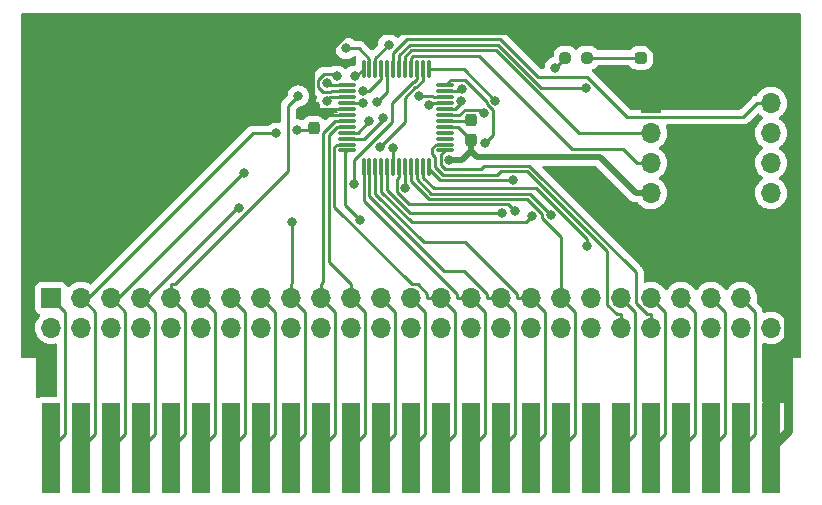
<source format=gbr>
%TF.GenerationSoftware,KiCad,Pcbnew,(6.0.6-0)*%
%TF.CreationDate,2022-10-10T02:33:12+09:00*%
%TF.ProjectId,A2E_Test,4132455f-5465-4737-942e-6b696361645f,rev?*%
%TF.SameCoordinates,Original*%
%TF.FileFunction,Copper,L1,Top*%
%TF.FilePolarity,Positive*%
%FSLAX46Y46*%
G04 Gerber Fmt 4.6, Leading zero omitted, Abs format (unit mm)*
G04 Created by KiCad (PCBNEW (6.0.6-0)) date 2022-10-10 02:33:12*
%MOMM*%
%LPD*%
G01*
G04 APERTURE LIST*
G04 Aperture macros list*
%AMRoundRect*
0 Rectangle with rounded corners*
0 $1 Rounding radius*
0 $2 $3 $4 $5 $6 $7 $8 $9 X,Y pos of 4 corners*
0 Add a 4 corners polygon primitive as box body*
4,1,4,$2,$3,$4,$5,$6,$7,$8,$9,$2,$3,0*
0 Add four circle primitives for the rounded corners*
1,1,$1+$1,$2,$3*
1,1,$1+$1,$4,$5*
1,1,$1+$1,$6,$7*
1,1,$1+$1,$8,$9*
0 Add four rect primitives between the rounded corners*
20,1,$1+$1,$2,$3,$4,$5,0*
20,1,$1+$1,$4,$5,$6,$7,0*
20,1,$1+$1,$6,$7,$8,$9,0*
20,1,$1+$1,$8,$9,$2,$3,0*%
G04 Aperture macros list end*
%TA.AperFunction,ComponentPad*%
%ADD10R,1.700000X1.700000*%
%TD*%
%TA.AperFunction,ComponentPad*%
%ADD11O,1.700000X1.700000*%
%TD*%
%TA.AperFunction,SMDPad,CuDef*%
%ADD12RoundRect,0.075000X0.662500X-0.075000X0.662500X0.075000X-0.662500X0.075000X-0.662500X-0.075000X0*%
%TD*%
%TA.AperFunction,SMDPad,CuDef*%
%ADD13RoundRect,0.075000X0.075000X-0.662500X0.075000X0.662500X-0.075000X0.662500X-0.075000X-0.662500X0*%
%TD*%
%TA.AperFunction,SMDPad,CuDef*%
%ADD14RoundRect,0.237500X0.250000X0.237500X-0.250000X0.237500X-0.250000X-0.237500X0.250000X-0.237500X0*%
%TD*%
%TA.AperFunction,ConnectorPad*%
%ADD15R,1.524000X7.620000*%
%TD*%
%TA.AperFunction,SMDPad,CuDef*%
%ADD16RoundRect,0.237500X-0.287500X-0.237500X0.287500X-0.237500X0.287500X0.237500X-0.287500X0.237500X0*%
%TD*%
%TA.AperFunction,SMDPad,CuDef*%
%ADD17RoundRect,0.237500X-0.237500X0.300000X-0.237500X-0.300000X0.237500X-0.300000X0.237500X0.300000X0*%
%TD*%
%TA.AperFunction,SMDPad,CuDef*%
%ADD18RoundRect,0.237500X0.237500X-0.300000X0.237500X0.300000X-0.237500X0.300000X-0.237500X-0.300000X0*%
%TD*%
%TA.AperFunction,ViaPad*%
%ADD19C,0.800000*%
%TD*%
%TA.AperFunction,Conductor*%
%ADD20C,0.250000*%
%TD*%
%TA.AperFunction,Conductor*%
%ADD21C,0.750000*%
%TD*%
%TA.AperFunction,Conductor*%
%ADD22C,0.500000*%
%TD*%
G04 APERTURE END LIST*
D10*
%TO.P,J2,1,Pin_1*%
%TO.N,/~{I{slash}O_SELECT}*%
X99060000Y-152400000D03*
D11*
%TO.P,J2,2,Pin_2*%
%TO.N,/A0*%
X101600000Y-152400000D03*
%TO.P,J2,3,Pin_3*%
%TO.N,/A1*%
X104140000Y-152400000D03*
%TO.P,J2,4,Pin_4*%
%TO.N,/A2*%
X106680000Y-152400000D03*
%TO.P,J2,5,Pin_5*%
%TO.N,/A3*%
X109220000Y-152400000D03*
%TO.P,J2,6,Pin_6*%
%TO.N,/A4*%
X111760000Y-152400000D03*
%TO.P,J2,7,Pin_7*%
%TO.N,/A5*%
X114300000Y-152400000D03*
%TO.P,J2,8,Pin_8*%
%TO.N,/A6*%
X116840000Y-152400000D03*
%TO.P,J2,9,Pin_9*%
%TO.N,/A7*%
X119380000Y-152400000D03*
%TO.P,J2,10,Pin_10*%
%TO.N,/A8*%
X121920000Y-152400000D03*
%TO.P,J2,11,Pin_11*%
%TO.N,/A9*%
X124460000Y-152400000D03*
%TO.P,J2,12,Pin_12*%
%TO.N,/A10*%
X127000000Y-152400000D03*
%TO.P,J2,13,Pin_13*%
%TO.N,/A11*%
X129540000Y-152400000D03*
%TO.P,J2,14,Pin_14*%
%TO.N,/A12*%
X132080000Y-152400000D03*
%TO.P,J2,15,Pin_15*%
%TO.N,/A13*%
X134620000Y-152400000D03*
%TO.P,J2,16,Pin_16*%
%TO.N,/A14*%
X137160000Y-152400000D03*
%TO.P,J2,17,Pin_17*%
%TO.N,/A15*%
X139700000Y-152400000D03*
%TO.P,J2,18,Pin_18*%
%TO.N,/R{slash}W*%
X142240000Y-152400000D03*
%TO.P,J2,19,Pin_19*%
%TO.N,unconnected-(J2-Pad19)*%
X144780000Y-152400000D03*
%TO.P,J2,20,Pin_20*%
%TO.N,/~{I{slash}0_STROBE}*%
X147320000Y-152400000D03*
%TO.P,J2,21,Pin_21*%
%TO.N,/RDY*%
X149860000Y-152400000D03*
%TO.P,J2,22,Pin_22*%
%TO.N,/~{DMA}*%
X152400000Y-152400000D03*
%TO.P,J2,23,Pin_23*%
%TO.N,/INT_OUT*%
X154940000Y-152400000D03*
%TO.P,J2,24,Pin_24*%
%TO.N,/DMA_OUT*%
X157480000Y-152400000D03*
%TO.P,J2,25,Pin_25*%
%TO.N,+5V*%
X160020000Y-152400000D03*
%TO.P,J2,26,Pin_26*%
%TO.N,GND*%
X160020000Y-154940000D03*
%TO.P,J2,27,Pin_27*%
%TO.N,/DMA_IN*%
X157480000Y-154940000D03*
%TO.P,J2,28,Pin_28*%
%TO.N,/INT_IN*%
X154940000Y-154940000D03*
%TO.P,J2,29,Pin_29*%
%TO.N,/~{NMI}*%
X152400000Y-154940000D03*
%TO.P,J2,30,Pin_30*%
%TO.N,/~{IRQ}*%
X149860000Y-154940000D03*
%TO.P,J2,31,Pin_31*%
%TO.N,/~{RES}*%
X147320000Y-154940000D03*
%TO.P,J2,32,Pin_32*%
%TO.N,/~{INH}*%
X144780000Y-154940000D03*
%TO.P,J2,33,Pin_33*%
%TO.N,/-12V*%
X142240000Y-154940000D03*
%TO.P,J2,34,Pin_34*%
%TO.N,/-5V*%
X139700000Y-154940000D03*
%TO.P,J2,35,Pin_35*%
%TO.N,unconnected-(J2-Pad35)*%
X137160000Y-154940000D03*
%TO.P,J2,36,Pin_36*%
%TO.N,/7M*%
X134620000Y-154940000D03*
%TO.P,J2,37,Pin_37*%
%TO.N,/Q3*%
X132080000Y-154940000D03*
%TO.P,J2,38,Pin_38*%
%TO.N,/PHI1*%
X129540000Y-154940000D03*
%TO.P,J2,39,Pin_39*%
%TO.N,/USER_1*%
X127000000Y-154940000D03*
%TO.P,J2,40,Pin_40*%
%TO.N,/PHI0*%
X124460000Y-154940000D03*
%TO.P,J2,41,Pin_41*%
%TO.N,/~{DEVICE_SELECT}*%
X121920000Y-154940000D03*
%TO.P,J2,42,Pin_42*%
%TO.N,/D7*%
X119380000Y-154940000D03*
%TO.P,J2,43,Pin_43*%
%TO.N,/D6*%
X116840000Y-154940000D03*
%TO.P,J2,44,Pin_44*%
%TO.N,/D5*%
X114300000Y-154940000D03*
%TO.P,J2,45,Pin_45*%
%TO.N,/D4*%
X111760000Y-154940000D03*
%TO.P,J2,46,Pin_46*%
%TO.N,/D3*%
X109220000Y-154940000D03*
%TO.P,J2,47,Pin_47*%
%TO.N,/D2*%
X106680000Y-154940000D03*
%TO.P,J2,48,Pin_48*%
%TO.N,/D1*%
X104140000Y-154940000D03*
%TO.P,J2,49,Pin_49*%
%TO.N,/D0*%
X101600000Y-154940000D03*
%TO.P,J2,50,Pin_50*%
%TO.N,/+12V*%
X99060000Y-154940000D03*
%TD*%
D12*
%TO.P,U1,48,P4_2*%
%TO.N,/PHI0*%
X124107500Y-139910000D03*
%TO.P,U1,47,P1_4*%
%TO.N,/A12*%
X124107500Y-139410000D03*
%TO.P,U1,46,P1_3*%
%TO.N,/A11*%
X124107500Y-138910000D03*
%TO.P,U1,45,P1_2*%
%TO.N,/A10*%
X124107500Y-138410000D03*
%TO.P,U1,44,P1_1*%
%TO.N,/A9*%
X124107500Y-137910000D03*
%TO.P,U1,43,P1_0*%
%TO.N,/A8*%
X124107500Y-137410000D03*
%TO.P,U1,42,AVdd*%
%TO.N,+5V*%
X124107500Y-136910000D03*
%TO.P,U1,41,Vdd*%
X124107500Y-136410000D03*
%TO.P,U1,40,P0_0*%
%TO.N,/A0*%
X124107500Y-135910000D03*
%TO.P,U1,39,P0_1*%
%TO.N,/A1*%
X124107500Y-135410000D03*
%TO.P,U1,38,P0_2*%
%TO.N,/A2*%
X124107500Y-134910000D03*
%TO.P,U1,37,P0_3*%
%TO.N,/A3*%
X124107500Y-134410000D03*
D13*
%TO.P,U1,36,P4_1*%
%TO.N,/~{INH}*%
X125520000Y-132997500D03*
%TO.P,U1,35,P0_4*%
%TO.N,/A4*%
X126020000Y-132997500D03*
%TO.P,U1,34,P0_5*%
%TO.N,/A5*%
X126520000Y-132997500D03*
%TO.P,U1,33,P0_6*%
%TO.N,/A6*%
X127020000Y-132997500D03*
%TO.P,U1,32,P0_7*%
%TO.N,/A7*%
X127520000Y-132997500D03*
%TO.P,U1,31,ICE_DAT*%
%TO.N,/ICE_DAT*%
X128020000Y-132997500D03*
%TO.P,U1,30,ICE_CLK*%
%TO.N,/ICE_CLK*%
X128520000Y-132997500D03*
%TO.P,U1,29,P4_5*%
%TO.N,/SDA1*%
X129020000Y-132997500D03*
%TO.P,U1,28,P4_4*%
%TO.N,/SCL1*%
X129520000Y-132997500D03*
%TO.P,U1,27,P2_7*%
%TO.N,/D7*%
X130020000Y-132997500D03*
%TO.P,U1,26,P2_6*%
%TO.N,/D6*%
X130520000Y-132997500D03*
%TO.P,U1,25,P2_5*%
%TO.N,/D5*%
X131020000Y-132997500D03*
D12*
%TO.P,U1,24,P4_0*%
%TO.N,/Q3*%
X132432500Y-134410000D03*
%TO.P,U1,23,P2_4*%
%TO.N,/D4*%
X132432500Y-134910000D03*
%TO.P,U1,22,P2_3*%
%TO.N,/D3*%
X132432500Y-135410000D03*
%TO.P,U1,21,P2_2*%
%TO.N,/D2*%
X132432500Y-135910000D03*
%TO.P,U1,20,P2_1*%
%TO.N,/D1*%
X132432500Y-136410000D03*
%TO.P,U1,19,P2_0*%
%TO.N,/D0*%
X132432500Y-136910000D03*
%TO.P,U1,18,LDO_CAP*%
%TO.N,Net-(C1-Pad2)*%
X132432500Y-137410000D03*
%TO.P,U1,17,Vss*%
%TO.N,GND*%
X132432500Y-137910000D03*
%TO.P,U1,16,XTAL1*%
%TO.N,unconnected-(U1-Pad16)*%
X132432500Y-138410000D03*
%TO.P,U1,15,XTAL2*%
%TO.N,unconnected-(U1-Pad15)*%
X132432500Y-138910000D03*
%TO.P,U1,14,P3_7*%
%TO.N,/~{RES}*%
X132432500Y-139410000D03*
%TO.P,U1,13,P3_6*%
%TO.N,/~{IRQ}*%
X132432500Y-139910000D03*
D13*
%TO.P,U1,12,P4_3*%
%TO.N,Net-(R1-Pad2)*%
X131020000Y-141322500D03*
%TO.P,U1,11,P3_5*%
%TO.N,/~{NMI}*%
X130520000Y-141322500D03*
%TO.P,U1,10,P3_4*%
%TO.N,/RDY*%
X130020000Y-141322500D03*
%TO.P,U1,9,P3_3*%
%TO.N,/R{slash}W*%
X129520000Y-141322500D03*
%TO.P,U1,8,P3_2*%
%TO.N,/~{DEVICE_SELECT}*%
X129020000Y-141322500D03*
%TO.P,U1,7,P3_1*%
%TO.N,/~{I{slash}0_STROBE}*%
X128520000Y-141322500D03*
%TO.P,U1,6,AVss*%
%TO.N,GND*%
X128020000Y-141322500D03*
%TO.P,U1,5,P3_0*%
%TO.N,/~{I{slash}O_SELECT}*%
X127520000Y-141322500D03*
%TO.P,U1,4,~{RST}*%
%TO.N,/~{RST}*%
X127020000Y-141322500D03*
%TO.P,U1,3,P1_7*%
%TO.N,/A15*%
X126520000Y-141322500D03*
%TO.P,U1,2,P1_6*%
%TO.N,/A14*%
X126020000Y-141322500D03*
%TO.P,U1,1,P1_5*%
%TO.N,/A13*%
X125520000Y-141322500D03*
%TD*%
D14*
%TO.P,R1,1*%
%TO.N,Net-(D1-Pad1)*%
X144422500Y-132080000D03*
%TO.P,R1,2*%
%TO.N,Net-(R1-Pad2)*%
X142597500Y-132080000D03*
%TD*%
D10*
%TO.P,J4,1,Pin_1*%
%TO.N,+5V*%
X160020000Y-133355000D03*
D11*
%TO.P,J4,2,Pin_2*%
%TO.N,/ICE_DAT*%
X160020000Y-135895000D03*
%TO.P,J4,3,Pin_3*%
%TO.N,/ICE_CLK*%
X160020000Y-138435000D03*
%TO.P,J4,4,Pin_4*%
%TO.N,/~{RST}*%
X160020000Y-140975000D03*
%TO.P,J4,5,Pin_5*%
%TO.N,GND*%
X160020000Y-143515000D03*
%TD*%
D10*
%TO.P,J3,1,Pin_1*%
%TO.N,+5V*%
X149860000Y-135900000D03*
D11*
%TO.P,J3,2,Pin_2*%
%TO.N,/SDA1*%
X149860000Y-138440000D03*
%TO.P,J3,3,Pin_3*%
%TO.N,/SCL1*%
X149860000Y-140980000D03*
%TO.P,J3,4,Pin_4*%
%TO.N,GND*%
X149860000Y-143520000D03*
%TD*%
D15*
%TO.P,J1,1,I/O_SELECT#*%
%TO.N,/~{I{slash}O_SELECT}*%
X99060000Y-165100000D03*
%TO.P,J1,2,A0*%
%TO.N,/A0*%
X101600000Y-165100000D03*
%TO.P,J1,3,A1*%
%TO.N,/A1*%
X104140000Y-165100000D03*
%TO.P,J1,4,A2*%
%TO.N,/A2*%
X106680000Y-165100000D03*
%TO.P,J1,5,A3*%
%TO.N,/A3*%
X109220000Y-165100000D03*
%TO.P,J1,6,A4*%
%TO.N,/A4*%
X111760000Y-165100000D03*
%TO.P,J1,7,A5*%
%TO.N,/A5*%
X114300000Y-165100000D03*
%TO.P,J1,8,A6*%
%TO.N,/A6*%
X116840000Y-165100000D03*
%TO.P,J1,9,A7*%
%TO.N,/A7*%
X119380000Y-165100000D03*
%TO.P,J1,10,A8*%
%TO.N,/A8*%
X121920000Y-165100000D03*
%TO.P,J1,11,A9*%
%TO.N,/A9*%
X124460000Y-165100000D03*
%TO.P,J1,12,A10*%
%TO.N,/A10*%
X127000000Y-165100000D03*
%TO.P,J1,13,A11*%
%TO.N,/A11*%
X129540000Y-165100000D03*
%TO.P,J1,14,A12*%
%TO.N,/A12*%
X132080000Y-165100000D03*
%TO.P,J1,15,A13*%
%TO.N,/A13*%
X134620000Y-165100000D03*
%TO.P,J1,16,A14*%
%TO.N,/A14*%
X137160000Y-165100000D03*
%TO.P,J1,17,A15*%
%TO.N,/A15*%
X139700000Y-165100000D03*
%TO.P,J1,18,R/W*%
%TO.N,/R{slash}W*%
X142240000Y-165100000D03*
%TO.P,J1,19,N.C.*%
%TO.N,unconnected-(J1-Pad19)*%
X144780000Y-165100000D03*
%TO.P,J1,20,I/O_STROBE#*%
%TO.N,/~{I{slash}0_STROBE}*%
X147320000Y-165100000D03*
%TO.P,J1,21,RDY*%
%TO.N,/RDY*%
X149860000Y-165100000D03*
%TO.P,J1,22,DMA#*%
%TO.N,/~{DMA}*%
X152400000Y-165100000D03*
%TO.P,J1,23,INT_OUT*%
%TO.N,/INT_OUT*%
X154940000Y-165100000D03*
%TO.P,J1,24,DMA_OUT*%
%TO.N,/DMA_OUT*%
X157480000Y-165100000D03*
%TO.P,J1,25,+5V*%
%TO.N,+5V*%
X160020000Y-165100000D03*
%TD*%
D16*
%TO.P,D1,1,K*%
%TO.N,Net-(D1-Pad1)*%
X148985000Y-132080000D03*
%TO.P,D1,2,A*%
%TO.N,+5V*%
X150735000Y-132080000D03*
%TD*%
D17*
%TO.P,C2,1*%
%TO.N,+5V*%
X121285000Y-136297500D03*
%TO.P,C2,2*%
%TO.N,GND*%
X121285000Y-138022500D03*
%TD*%
D18*
%TO.P,C1,1*%
%TO.N,GND*%
X134620000Y-139038500D03*
%TO.P,C1,2*%
%TO.N,Net-(C1-Pad2)*%
X134620000Y-137313500D03*
%TD*%
D19*
%TO.N,Net-(R1-Pad2)*%
X141752100Y-132912900D03*
X138171500Y-142399300D03*
%TO.N,/~{RST}*%
X139775300Y-145496900D03*
%TO.N,/ICE_CLK*%
X144320300Y-134592100D03*
%TO.N,/D0*%
X135700900Y-136774700D03*
%TO.N,/D1*%
X133778600Y-135724300D03*
%TO.N,/D2*%
X131068900Y-136031000D03*
%TO.N,/D3*%
X130182800Y-135278900D03*
%TO.N,/D4*%
X133871900Y-134723900D03*
%TO.N,/D5*%
X136688500Y-135683800D03*
%TO.N,/D6*%
X126890800Y-139607600D03*
%TO.N,/D7*%
X124743900Y-142786500D03*
%TO.N,/~{DEVICE_SELECT}*%
X129068600Y-143084100D03*
%TO.N,/PHI0*%
X125196300Y-145796500D03*
%TO.N,/Q3*%
X135775700Y-139303300D03*
%TO.N,/~{INH}*%
X124769200Y-133627400D03*
%TO.N,/~{NMI}*%
X144435900Y-148003700D03*
%TO.N,/RDY*%
X141361300Y-145360300D03*
%TO.N,/~{I{slash}0_STROBE}*%
X138299400Y-145058400D03*
%TO.N,/A11*%
X127184900Y-137196900D03*
%TO.N,/A10*%
X126005200Y-137449700D03*
%TO.N,/A7*%
X119474600Y-145971000D03*
X126662900Y-135801100D03*
%TO.N,/A6*%
X125456000Y-134885300D03*
%TO.N,/A5*%
X127655700Y-130950500D03*
%TO.N,/A4*%
X124055800Y-131276100D03*
%TO.N,/A3*%
X119985000Y-135302800D03*
X122424600Y-134232600D03*
%TO.N,/A2*%
X114954000Y-144788400D03*
X123234200Y-133627400D03*
%TO.N,/A1*%
X115404300Y-141798900D03*
X122438900Y-135683300D03*
%TO.N,/A0*%
X118147200Y-138461700D03*
X125468000Y-135910000D03*
%TO.N,/~{I{slash}O_SELECT}*%
X137281800Y-145223700D03*
%TO.N,GND*%
X119888000Y-138176000D03*
X128016000Y-139700000D03*
X132772300Y-140758300D03*
%TD*%
D20*
%TO.N,Net-(R1-Pad2)*%
X142585000Y-132080000D02*
X141752100Y-132912900D01*
X142597500Y-132080000D02*
X142585000Y-132080000D01*
X131020000Y-141451300D02*
X131020000Y-141322500D01*
X131968000Y-142399300D02*
X131020000Y-141451300D01*
X138171500Y-142399300D02*
X131968000Y-142399300D01*
%TO.N,/~{RST}*%
X127020000Y-143422600D02*
X127020000Y-141322500D01*
X129580100Y-145982700D02*
X127020000Y-143422600D01*
X139289500Y-145982700D02*
X129580100Y-145982700D01*
X139775300Y-145496900D02*
X139289500Y-145982700D01*
%TO.N,/ICE_CLK*%
X128520000Y-131850600D02*
X128520000Y-132997500D01*
X129420800Y-130949800D02*
X128520000Y-131850600D01*
X136925600Y-130949800D02*
X129420800Y-130949800D01*
X140567900Y-134592100D02*
X136925600Y-130949800D01*
X144320300Y-134592100D02*
X140567900Y-134592100D01*
%TO.N,/ICE_DAT*%
X160020000Y-135895000D02*
X158844700Y-135895000D01*
X128020000Y-131675000D02*
X128020000Y-132997500D01*
X129215800Y-130479200D02*
X128020000Y-131675000D01*
X137091900Y-130479200D02*
X129215800Y-130479200D01*
X140274100Y-133661400D02*
X137091900Y-130479200D01*
X144415400Y-133661400D02*
X140274100Y-133661400D01*
X147833000Y-137079000D02*
X144415400Y-133661400D01*
X157660700Y-137079000D02*
X147833000Y-137079000D01*
X158844700Y-135895000D02*
X157660700Y-137079000D01*
%TO.N,/SCL1*%
X129520000Y-132124500D02*
X129520000Y-132997500D01*
X129715300Y-131929200D02*
X129520000Y-132124500D01*
X135326300Y-131929200D02*
X129715300Y-131929200D01*
X143201800Y-139804700D02*
X135326300Y-131929200D01*
X147509400Y-139804700D02*
X143201800Y-139804700D01*
X148684700Y-140980000D02*
X147509400Y-139804700D01*
X149860000Y-140980000D02*
X148684700Y-140980000D01*
%TO.N,/SDA1*%
X149860000Y-138440000D02*
X148684700Y-138440000D01*
X129020000Y-131987600D02*
X129020000Y-132997500D01*
X129577300Y-131430300D02*
X129020000Y-131987600D01*
X136769200Y-131430300D02*
X129577300Y-131430300D01*
X143778900Y-138440000D02*
X136769200Y-131430300D01*
X148684700Y-138440000D02*
X143778900Y-138440000D01*
%TO.N,/D0*%
X135375900Y-136449700D02*
X135700900Y-136774700D01*
X134068400Y-136449700D02*
X135375900Y-136449700D01*
X133608100Y-136910000D02*
X134068400Y-136449700D01*
X132432500Y-136910000D02*
X133608100Y-136910000D01*
%TO.N,/D1*%
X133778600Y-135870000D02*
X133778600Y-135724300D01*
X133238600Y-136410000D02*
X133778600Y-135870000D01*
X132432500Y-136410000D02*
X133238600Y-136410000D01*
%TO.N,/D2*%
X131189900Y-135910000D02*
X131068900Y-136031000D01*
X132432500Y-135910000D02*
X131189900Y-135910000D01*
%TO.N,/D3*%
X131473800Y-135410000D02*
X132432500Y-135410000D01*
X131342700Y-135278900D02*
X131473800Y-135410000D01*
X130182800Y-135278900D02*
X131342700Y-135278900D01*
%TO.N,/D4*%
X133685800Y-134910000D02*
X133871900Y-134723900D01*
X132432500Y-134910000D02*
X133685800Y-134910000D01*
%TO.N,/D5*%
X134002200Y-132997500D02*
X131020000Y-132997500D01*
X136688500Y-135683800D02*
X134002200Y-132997500D01*
%TO.N,/D6*%
X128989300Y-137509100D02*
X126890800Y-139607600D01*
X128989300Y-135446700D02*
X128989300Y-137509100D01*
X129882400Y-134553600D02*
X128989300Y-135446700D01*
X129983600Y-134553600D02*
X129882400Y-134553600D01*
X130520000Y-134017200D02*
X129983600Y-134553600D01*
X130520000Y-132997500D02*
X130520000Y-134017200D01*
%TO.N,/D7*%
X124743900Y-140714300D02*
X124743900Y-142786500D01*
X127941200Y-137517000D02*
X124743900Y-140714300D01*
X127941200Y-135857900D02*
X127941200Y-137517000D01*
X129695800Y-134103300D02*
X127941200Y-135857900D01*
X129796900Y-134103300D02*
X129695800Y-134103300D01*
X130020000Y-133880200D02*
X129796900Y-134103300D01*
X130020000Y-132997500D02*
X130020000Y-133880200D01*
%TO.N,/~{DEVICE_SELECT}*%
X129020000Y-143035500D02*
X129068600Y-143084100D01*
X129020000Y-141322500D02*
X129020000Y-143035500D01*
%TO.N,/PHI0*%
X123967700Y-140049800D02*
X124107500Y-139910000D01*
X123967700Y-144567900D02*
X123967700Y-140049800D01*
X125196300Y-145796500D02*
X123967700Y-144567900D01*
%TO.N,/Q3*%
X132882500Y-133960000D02*
X132432500Y-134410000D01*
X134139000Y-133960000D02*
X132882500Y-133960000D01*
X135963200Y-135784200D02*
X134139000Y-133960000D01*
X135963200Y-135984200D02*
X135963200Y-135784200D01*
X136491500Y-136512500D02*
X135963200Y-135984200D01*
X136491500Y-138587500D02*
X136491500Y-136512500D01*
X135775700Y-139303300D02*
X136491500Y-138587500D01*
%TO.N,/~{INH}*%
X124890100Y-133627400D02*
X124769200Y-133627400D01*
X125520000Y-132997500D02*
X124890100Y-133627400D01*
%TO.N,/~{RES}*%
X131628300Y-139410000D02*
X132432500Y-139410000D01*
X131335400Y-139702900D02*
X131628300Y-139410000D01*
X131335400Y-140225400D02*
X131335400Y-139702900D01*
X131596600Y-140486600D02*
X131335400Y-140225400D01*
X131596600Y-141318700D02*
X131596600Y-140486600D01*
X132226800Y-141948900D02*
X131596600Y-141318700D01*
X136843200Y-141948900D02*
X132226800Y-141948900D01*
X137118200Y-141673900D02*
X136843200Y-141948900D01*
X139370300Y-141673900D02*
X137118200Y-141673900D01*
X146144700Y-148448300D02*
X139370300Y-141673900D01*
X146144700Y-152956800D02*
X146144700Y-148448300D01*
X146952600Y-153764700D02*
X146144700Y-152956800D01*
X147320000Y-153764700D02*
X146952600Y-153764700D01*
X147320000Y-154940000D02*
X147320000Y-153764700D01*
%TO.N,/~{IRQ}*%
X149860000Y-154940000D02*
X149860000Y-153764700D01*
X132047000Y-140295500D02*
X132432500Y-139910000D01*
X132047000Y-141102600D02*
X132047000Y-140295500D01*
X132428100Y-141483700D02*
X132047000Y-141102600D01*
X135468000Y-141483700D02*
X132428100Y-141483700D01*
X135731600Y-141220100D02*
X135468000Y-141483700D01*
X139568100Y-141220100D02*
X135731600Y-141220100D01*
X148590000Y-150242000D02*
X139568100Y-141220100D01*
X148590000Y-152797600D02*
X148590000Y-150242000D01*
X149557100Y-153764700D02*
X148590000Y-152797600D01*
X149860000Y-153764700D02*
X149557100Y-153764700D01*
%TO.N,/~{NMI}*%
X130520000Y-142210200D02*
X130520000Y-141322500D01*
X131440500Y-143130700D02*
X130520000Y-142210200D01*
X140157700Y-143130700D02*
X131440500Y-143130700D01*
X144435900Y-147408900D02*
X140157700Y-143130700D01*
X144435900Y-148003700D02*
X144435900Y-147408900D01*
%TO.N,/DMA_OUT*%
X158655000Y-153575000D02*
X157480000Y-152400000D01*
X158655000Y-163925000D02*
X158655000Y-153575000D01*
X157480000Y-165100000D02*
X158655000Y-163925000D01*
%TO.N,/INT_OUT*%
X156115000Y-163925000D02*
X154940000Y-165100000D01*
X156115000Y-153575000D02*
X156115000Y-163925000D01*
X154940000Y-152400000D02*
X156115000Y-153575000D01*
%TO.N,/~{DMA}*%
X153575000Y-153575000D02*
X152400000Y-152400000D01*
X153575000Y-163925000D02*
X153575000Y-153575000D01*
X152400000Y-165100000D02*
X153575000Y-163925000D01*
%TO.N,/RDY*%
X151035000Y-153575000D02*
X149860000Y-152400000D01*
X151035000Y-163925000D02*
X151035000Y-153575000D01*
X149860000Y-165100000D02*
X151035000Y-163925000D01*
X130020000Y-142347100D02*
X130020000Y-141322500D01*
X131253900Y-143581000D02*
X130020000Y-142347100D01*
X139582000Y-143581000D02*
X131253900Y-143581000D01*
X141361300Y-145360300D02*
X139582000Y-143581000D01*
%TO.N,/~{I{slash}0_STROBE}*%
X148495000Y-153575000D02*
X147320000Y-152400000D01*
X148495000Y-163925000D02*
X148495000Y-153575000D01*
X147320000Y-165100000D02*
X148495000Y-163925000D01*
X128520000Y-142158600D02*
X128520000Y-141322500D01*
X128319000Y-142359600D02*
X128520000Y-142158600D01*
X128319000Y-143413700D02*
X128319000Y-142359600D01*
X129386900Y-144481600D02*
X128319000Y-143413700D01*
X137722600Y-144481600D02*
X129386900Y-144481600D01*
X138299400Y-145058400D02*
X137722600Y-144481600D01*
%TO.N,/R{slash}W*%
X143415000Y-153575000D02*
X142240000Y-152400000D01*
X143415000Y-163925000D02*
X143415000Y-153575000D01*
X142240000Y-165100000D02*
X143415000Y-163925000D01*
X142240000Y-152400000D02*
X142240000Y-151224700D01*
X129520000Y-142502400D02*
X129520000Y-141322500D01*
X131048900Y-144031300D02*
X129520000Y-142502400D01*
X139376700Y-144031300D02*
X131048900Y-144031300D01*
X140632200Y-145286800D02*
X139376700Y-144031300D01*
X140632200Y-145656900D02*
X140632200Y-145286800D01*
X142239900Y-147264600D02*
X140632200Y-145656900D01*
X142240000Y-147264600D02*
X142239900Y-147264600D01*
X142240000Y-151224700D02*
X142240000Y-147264600D01*
%TO.N,/A15*%
X140875000Y-153575000D02*
X139700000Y-152400000D01*
X140875000Y-163925000D02*
X140875000Y-153575000D01*
X139700000Y-165100000D02*
X140875000Y-163925000D01*
X139700000Y-152400000D02*
X138524700Y-152400000D01*
X138524700Y-152032700D02*
X138524700Y-152400000D01*
X134142500Y-147650500D02*
X138524700Y-152032700D01*
X130611000Y-147650500D02*
X134142500Y-147650500D01*
X126520000Y-143559500D02*
X130611000Y-147650500D01*
X126520000Y-141322500D02*
X126520000Y-143559500D01*
%TO.N,/A14*%
X138335000Y-153575000D02*
X137160000Y-152400000D01*
X138335000Y-163925000D02*
X138335000Y-153575000D01*
X137160000Y-165100000D02*
X138335000Y-163925000D01*
X137160000Y-152400000D02*
X135984700Y-152400000D01*
X135984700Y-152057100D02*
X135984700Y-152400000D01*
X134040900Y-150113300D02*
X135984700Y-152057100D01*
X132364700Y-150113300D02*
X134040900Y-150113300D01*
X126020000Y-143768600D02*
X132364700Y-150113300D01*
X126020000Y-141322500D02*
X126020000Y-143768600D01*
%TO.N,/A13*%
X135795000Y-153575000D02*
X134620000Y-152400000D01*
X135795000Y-163925000D02*
X135795000Y-153575000D01*
X134620000Y-165100000D02*
X135795000Y-163925000D01*
X134620000Y-152400000D02*
X133444700Y-152400000D01*
X133444700Y-152073800D02*
X133444700Y-152400000D01*
X125520000Y-144149100D02*
X133444700Y-152073800D01*
X125520000Y-141322500D02*
X125520000Y-144149100D01*
%TO.N,/A12*%
X133255000Y-153575000D02*
X132080000Y-152400000D01*
X133255000Y-163925000D02*
X133255000Y-153575000D01*
X132080000Y-165100000D02*
X133255000Y-163925000D01*
X132080000Y-152400000D02*
X130904700Y-152400000D01*
X123290900Y-139410000D02*
X124107500Y-139410000D01*
X123041500Y-139659400D02*
X123290900Y-139410000D01*
X123041500Y-144676700D02*
X123041500Y-139659400D01*
X129589500Y-151224700D02*
X123041500Y-144676700D01*
X130096800Y-151224700D02*
X129589500Y-151224700D01*
X130904700Y-152032600D02*
X130096800Y-151224700D01*
X130904700Y-152400000D02*
X130904700Y-152032600D01*
%TO.N,/A11*%
X130715000Y-153575000D02*
X129540000Y-152400000D01*
X130715000Y-163925000D02*
X130715000Y-153575000D01*
X129540000Y-165100000D02*
X130715000Y-163925000D01*
X127184900Y-137299500D02*
X127184900Y-137196900D01*
X125574400Y-138910000D02*
X127184900Y-137299500D01*
X124107500Y-138910000D02*
X125574400Y-138910000D01*
%TO.N,/A10*%
X128175000Y-153575000D02*
X127000000Y-152400000D01*
X128175000Y-163925000D02*
X128175000Y-153575000D01*
X127000000Y-165100000D02*
X128175000Y-163925000D01*
X125044900Y-138410000D02*
X126005200Y-137449700D01*
X124107500Y-138410000D02*
X125044900Y-138410000D01*
%TO.N,/A9*%
X125635000Y-153575000D02*
X124460000Y-152400000D01*
X125635000Y-163925000D02*
X125635000Y-153575000D01*
X124460000Y-165100000D02*
X125635000Y-163925000D01*
X124460000Y-152400000D02*
X124460000Y-151224700D01*
X123249500Y-137910000D02*
X124107500Y-137910000D01*
X122568600Y-138590900D02*
X123249500Y-137910000D01*
X122568600Y-149333300D02*
X122568600Y-138590900D01*
X124460000Y-151224700D02*
X122568600Y-149333300D01*
%TO.N,/A8*%
X123095000Y-153575000D02*
X121920000Y-152400000D01*
X123095000Y-163925000D02*
X123095000Y-153575000D01*
X121920000Y-165100000D02*
X123095000Y-163925000D01*
X122118200Y-151026500D02*
X121920000Y-151224700D01*
X122118200Y-138404400D02*
X122118200Y-151026500D01*
X123112600Y-137410000D02*
X122118200Y-138404400D01*
X124107500Y-137410000D02*
X123112600Y-137410000D01*
X121920000Y-152400000D02*
X121920000Y-151224700D01*
%TO.N,/A7*%
X120555000Y-153575000D02*
X119380000Y-152400000D01*
X120555000Y-163925000D02*
X120555000Y-153575000D01*
X119380000Y-165100000D02*
X120555000Y-163925000D01*
X119380000Y-152400000D02*
X119380000Y-151224700D01*
X119474600Y-151130100D02*
X119380000Y-151224700D01*
X119474600Y-145971000D02*
X119474600Y-151130100D01*
X127520000Y-134944000D02*
X126662900Y-135801100D01*
X127520000Y-132997500D02*
X127520000Y-134944000D01*
%TO.N,/A6*%
X118015000Y-153575000D02*
X116840000Y-152400000D01*
X118015000Y-163925000D02*
X118015000Y-153575000D01*
X116840000Y-165100000D02*
X118015000Y-163925000D01*
X125979000Y-134885300D02*
X125456000Y-134885300D01*
X127020000Y-133844300D02*
X125979000Y-134885300D01*
X127020000Y-132997500D02*
X127020000Y-133844300D01*
%TO.N,/A5*%
X115475000Y-153575000D02*
X114300000Y-152400000D01*
X115475000Y-163925000D02*
X115475000Y-153575000D01*
X114300000Y-165100000D02*
X115475000Y-163925000D01*
X126520000Y-132086200D02*
X127655700Y-130950500D01*
X126520000Y-132997500D02*
X126520000Y-132086200D01*
%TO.N,/A4*%
X112935000Y-153575000D02*
X111760000Y-152400000D01*
X112935000Y-163925000D02*
X112935000Y-153575000D01*
X111760000Y-165100000D02*
X112935000Y-163925000D01*
X125149800Y-131276100D02*
X124055800Y-131276100D01*
X126020000Y-132146300D02*
X125149800Y-131276100D01*
X126020000Y-132997500D02*
X126020000Y-132146300D01*
%TO.N,/A3*%
X110395000Y-153575000D02*
X109220000Y-152400000D01*
X110395000Y-163925000D02*
X110395000Y-153575000D01*
X109220000Y-165100000D02*
X110395000Y-163925000D01*
X109220000Y-152400000D02*
X109220000Y-151224700D01*
X119137300Y-136150500D02*
X119985000Y-135302800D01*
X119137300Y-141630900D02*
X119137300Y-136150500D01*
X109543500Y-151224700D02*
X119137300Y-141630900D01*
X109220000Y-151224700D02*
X109543500Y-151224700D01*
X122602000Y-134410000D02*
X122424600Y-134232600D01*
X124107500Y-134410000D02*
X122602000Y-134410000D01*
%TO.N,/A2*%
X107855000Y-153575000D02*
X106941600Y-152661600D01*
X107855000Y-163925000D02*
X107855000Y-153575000D01*
X106680000Y-165100000D02*
X107855000Y-163925000D01*
X106941600Y-152661600D02*
X106680000Y-152400000D01*
X114814800Y-144788400D02*
X114954000Y-144788400D01*
X106941600Y-152661600D02*
X114814800Y-144788400D01*
X123078900Y-133472100D02*
X123234200Y-133627400D01*
X122159400Y-133472100D02*
X123078900Y-133472100D01*
X121699300Y-133932200D02*
X122159400Y-133472100D01*
X121699300Y-134533000D02*
X121699300Y-133932200D01*
X122124200Y-134957900D02*
X121699300Y-134533000D01*
X122725100Y-134957900D02*
X122124200Y-134957900D01*
X122773000Y-134910000D02*
X122725100Y-134957900D01*
X124107500Y-134910000D02*
X122773000Y-134910000D01*
%TO.N,/A1*%
X105315000Y-153575000D02*
X104439100Y-152699100D01*
X105315000Y-163925000D02*
X105315000Y-153575000D01*
X104140000Y-165100000D02*
X105315000Y-163925000D01*
X104439100Y-152699100D02*
X104140000Y-152400000D01*
X115339300Y-141798900D02*
X115404300Y-141798900D01*
X104439100Y-152699100D02*
X115339300Y-141798900D01*
X122712200Y-135410000D02*
X122438900Y-135683300D01*
X124107500Y-135410000D02*
X122712200Y-135410000D01*
%TO.N,/A0*%
X102775000Y-153575000D02*
X101899100Y-152699100D01*
X102775000Y-163925000D02*
X102775000Y-153575000D01*
X101600000Y-165100000D02*
X102775000Y-163925000D01*
X101899100Y-152699100D02*
X101600000Y-152400000D01*
X116136500Y-138461700D02*
X118147200Y-138461700D01*
X101899100Y-152699100D02*
X116136500Y-138461700D01*
X124107500Y-135910000D02*
X125468000Y-135910000D01*
%TO.N,/~{I{slash}O_SELECT}*%
X100235000Y-153575000D02*
X99060000Y-152400000D01*
X100235000Y-163925000D02*
X100235000Y-153575000D01*
X99060000Y-165100000D02*
X100235000Y-163925000D01*
X127520000Y-143277900D02*
X127520000Y-141322500D01*
X129465800Y-145223700D02*
X127520000Y-143277900D01*
X137281800Y-145223700D02*
X129465800Y-145223700D01*
%TO.N,Net-(D1-Pad1)*%
X148985000Y-132080000D02*
X144422500Y-132080000D01*
X144422500Y-132080000D02*
X144422000Y-132080000D01*
D21*
%TO.N,+5V*%
X161925000Y-135260000D02*
X160020000Y-133355000D01*
X161925000Y-150495000D02*
X161925000Y-135260000D01*
X160020000Y-152400000D02*
X161925000Y-150495000D01*
X152010000Y-133750000D02*
X152010000Y-133355000D01*
X149860000Y-135900000D02*
X152010000Y-133750000D01*
X161445000Y-153825000D02*
X160020000Y-152400000D01*
X161445000Y-163675000D02*
X161445000Y-153825000D01*
X160020000Y-165100000D02*
X161445000Y-163675000D01*
X160020000Y-133355000D02*
X152010000Y-133355000D01*
X152010000Y-133355000D02*
X150735000Y-132080000D01*
D20*
X124108000Y-136910000D02*
X124107500Y-136910000D01*
X124107500Y-136410000D02*
X124108000Y-136410000D01*
D22*
X121285000Y-136297500D02*
X121285000Y-136298000D01*
D20*
X121898000Y-136910000D02*
X121285000Y-136298000D01*
X124107500Y-136910000D02*
X121898000Y-136910000D01*
X121398000Y-136410000D02*
X124107500Y-136410000D01*
X121285000Y-136298000D02*
X121398000Y-136410000D01*
D22*
X121124000Y-136136500D02*
X121285000Y-136297500D01*
X121124000Y-133005400D02*
X121124000Y-136136500D01*
X124232900Y-129896500D02*
X121124000Y-133005400D01*
X148551500Y-129896500D02*
X124232900Y-129896500D01*
X150735000Y-132080000D02*
X148551500Y-129896500D01*
D20*
%TO.N,Net-(C1-Pad2)*%
X132432500Y-137410000D02*
X132432000Y-137410000D01*
X134524000Y-137410000D02*
X132432500Y-137410000D01*
X134620000Y-137314000D02*
X134524000Y-137410000D01*
X134620000Y-137314000D02*
X134620000Y-137313500D01*
%TO.N,GND*%
X132432000Y-137910000D02*
X132432500Y-137910000D01*
X133492000Y-137910000D02*
X134620000Y-139038000D01*
X132432500Y-137910000D02*
X133492000Y-137910000D01*
D22*
X134620000Y-139038000D02*
X134620000Y-139038500D01*
D20*
X128020000Y-139704000D02*
X128016000Y-139700000D01*
X128020000Y-141322000D02*
X128020000Y-139704000D01*
X128020000Y-141322000D02*
X128020000Y-141322500D01*
D22*
X134620000Y-139987800D02*
X134620000Y-139038500D01*
X149860000Y-143520000D02*
X148559700Y-143520000D01*
X133849500Y-140758300D02*
X132772300Y-140758300D01*
X134620000Y-139987800D02*
X133849500Y-140758300D01*
X135090400Y-140458200D02*
X134620000Y-139987800D01*
X145497900Y-140458200D02*
X135090400Y-140458200D01*
X148559700Y-143520000D02*
X145497900Y-140458200D01*
X121208500Y-138099000D02*
X121285000Y-138022500D01*
D20*
X121132000Y-138176000D02*
X121208500Y-138099000D01*
X119888000Y-138176000D02*
X121132000Y-138176000D01*
X121208500Y-138099000D02*
X121285000Y-138022000D01*
%TD*%
%TA.AperFunction,Conductor*%
%TO.N,+5V*%
G36*
X162502121Y-128290002D02*
G01*
X162548614Y-128343658D01*
X162560000Y-128396000D01*
X162560000Y-157354000D01*
X162539998Y-157422121D01*
X162486342Y-157468614D01*
X162434000Y-157480000D01*
X161290000Y-157480000D01*
X161290000Y-161164000D01*
X161269998Y-161232121D01*
X161216342Y-161278614D01*
X161164000Y-161290000D01*
X159414500Y-161290000D01*
X159346379Y-161269998D01*
X159299886Y-161216342D01*
X159288500Y-161164000D01*
X159288500Y-156297912D01*
X159308502Y-156229791D01*
X159362158Y-156183298D01*
X159432432Y-156173194D01*
X159459449Y-156180202D01*
X159535320Y-156209174D01*
X159639692Y-156249030D01*
X159644760Y-156250061D01*
X159644763Y-156250062D01*
X159752012Y-156271882D01*
X159858597Y-156293567D01*
X159863772Y-156293757D01*
X159863774Y-156293757D01*
X160076673Y-156301564D01*
X160076677Y-156301564D01*
X160081837Y-156301753D01*
X160086957Y-156301097D01*
X160086959Y-156301097D01*
X160298288Y-156274025D01*
X160298289Y-156274025D01*
X160303416Y-156273368D01*
X160308369Y-156271882D01*
X160512429Y-156210661D01*
X160512434Y-156210659D01*
X160517384Y-156209174D01*
X160717994Y-156110896D01*
X160899860Y-155981173D01*
X161058096Y-155823489D01*
X161117594Y-155740689D01*
X161185435Y-155646277D01*
X161188453Y-155642077D01*
X161209320Y-155599857D01*
X161285136Y-155446453D01*
X161285137Y-155446451D01*
X161287430Y-155441811D01*
X161352370Y-155228069D01*
X161381529Y-155006590D01*
X161383156Y-154940000D01*
X161364852Y-154717361D01*
X161310431Y-154500702D01*
X161221354Y-154295840D01*
X161100014Y-154108277D01*
X160949670Y-153943051D01*
X160945619Y-153939852D01*
X160945615Y-153939848D01*
X160778414Y-153807800D01*
X160778410Y-153807798D01*
X160774359Y-153804598D01*
X160748533Y-153790341D01*
X160690852Y-153758500D01*
X160578789Y-153696638D01*
X160573920Y-153694914D01*
X160573916Y-153694912D01*
X160373087Y-153623795D01*
X160373083Y-153623794D01*
X160368212Y-153622069D01*
X160363119Y-153621162D01*
X160363116Y-153621161D01*
X160153373Y-153583800D01*
X160153367Y-153583799D01*
X160148284Y-153582894D01*
X160074452Y-153581992D01*
X159930081Y-153580228D01*
X159930079Y-153580228D01*
X159924911Y-153580165D01*
X159704091Y-153613955D01*
X159491756Y-153683357D01*
X159473253Y-153692989D01*
X159403595Y-153706703D01*
X159337579Y-153680579D01*
X159296167Y-153622912D01*
X159289134Y-153585189D01*
X159288562Y-153567005D01*
X159288500Y-153563043D01*
X159288500Y-153535144D01*
X159287996Y-153531153D01*
X159287063Y-153519311D01*
X159286579Y-153503891D01*
X159285674Y-153475111D01*
X159283462Y-153467497D01*
X159283461Y-153467492D01*
X159280023Y-153455659D01*
X159276012Y-153436295D01*
X159274467Y-153424064D01*
X159273474Y-153416203D01*
X159270557Y-153408836D01*
X159270556Y-153408831D01*
X159257198Y-153375092D01*
X159253354Y-153363865D01*
X159243230Y-153329022D01*
X159241018Y-153321407D01*
X159230707Y-153303972D01*
X159222012Y-153286224D01*
X159214552Y-153267383D01*
X159188564Y-153231613D01*
X159182048Y-153221693D01*
X159163580Y-153190465D01*
X159163578Y-153190462D01*
X159159542Y-153183638D01*
X159145221Y-153169317D01*
X159132380Y-153154283D01*
X159125131Y-153144306D01*
X159120472Y-153137893D01*
X159114368Y-153132843D01*
X159114363Y-153132838D01*
X159086402Y-153109707D01*
X159077622Y-153101717D01*
X158831218Y-152855313D01*
X158797192Y-152793001D01*
X158799755Y-152729589D01*
X158810865Y-152693022D01*
X158812370Y-152688069D01*
X158841529Y-152466590D01*
X158843156Y-152400000D01*
X158824852Y-152177361D01*
X158770431Y-151960702D01*
X158681354Y-151755840D01*
X158560014Y-151568277D01*
X158409670Y-151403051D01*
X158405616Y-151399849D01*
X158405615Y-151399848D01*
X158238414Y-151267800D01*
X158238410Y-151267798D01*
X158234359Y-151264598D01*
X158229831Y-151262098D01*
X158161837Y-151224564D01*
X158038789Y-151156638D01*
X158033920Y-151154914D01*
X158033916Y-151154912D01*
X157833087Y-151083795D01*
X157833083Y-151083794D01*
X157828212Y-151082069D01*
X157823119Y-151081162D01*
X157823116Y-151081161D01*
X157613373Y-151043800D01*
X157613367Y-151043799D01*
X157608284Y-151042894D01*
X157534452Y-151041992D01*
X157390081Y-151040228D01*
X157390079Y-151040228D01*
X157384911Y-151040165D01*
X157164091Y-151073955D01*
X156951756Y-151143357D01*
X156923646Y-151157990D01*
X156777975Y-151233822D01*
X156753607Y-151246507D01*
X156749474Y-151249610D01*
X156749471Y-151249612D01*
X156582643Y-151374870D01*
X156574965Y-151380635D01*
X156562052Y-151394148D01*
X156463729Y-151497037D01*
X156420629Y-151542138D01*
X156313201Y-151699621D01*
X156258293Y-151744621D01*
X156187768Y-151752792D01*
X156124021Y-151721538D01*
X156103324Y-151697054D01*
X156022822Y-151572617D01*
X156022820Y-151572614D01*
X156020014Y-151568277D01*
X155869670Y-151403051D01*
X155865616Y-151399849D01*
X155865615Y-151399848D01*
X155698414Y-151267800D01*
X155698410Y-151267798D01*
X155694359Y-151264598D01*
X155689831Y-151262098D01*
X155621837Y-151224564D01*
X155498789Y-151156638D01*
X155493920Y-151154914D01*
X155493916Y-151154912D01*
X155293087Y-151083795D01*
X155293083Y-151083794D01*
X155288212Y-151082069D01*
X155283119Y-151081162D01*
X155283116Y-151081161D01*
X155073373Y-151043800D01*
X155073367Y-151043799D01*
X155068284Y-151042894D01*
X154994452Y-151041992D01*
X154850081Y-151040228D01*
X154850079Y-151040228D01*
X154844911Y-151040165D01*
X154624091Y-151073955D01*
X154411756Y-151143357D01*
X154383646Y-151157990D01*
X154237975Y-151233822D01*
X154213607Y-151246507D01*
X154209474Y-151249610D01*
X154209471Y-151249612D01*
X154042643Y-151374870D01*
X154034965Y-151380635D01*
X154022052Y-151394148D01*
X153923729Y-151497037D01*
X153880629Y-151542138D01*
X153773201Y-151699621D01*
X153718293Y-151744621D01*
X153647768Y-151752792D01*
X153584021Y-151721538D01*
X153563324Y-151697054D01*
X153482822Y-151572617D01*
X153482820Y-151572614D01*
X153480014Y-151568277D01*
X153329670Y-151403051D01*
X153325616Y-151399849D01*
X153325615Y-151399848D01*
X153158414Y-151267800D01*
X153158410Y-151267798D01*
X153154359Y-151264598D01*
X153149831Y-151262098D01*
X153081837Y-151224564D01*
X152958789Y-151156638D01*
X152953920Y-151154914D01*
X152953916Y-151154912D01*
X152753087Y-151083795D01*
X152753083Y-151083794D01*
X152748212Y-151082069D01*
X152743119Y-151081162D01*
X152743116Y-151081161D01*
X152533373Y-151043800D01*
X152533367Y-151043799D01*
X152528284Y-151042894D01*
X152454452Y-151041992D01*
X152310081Y-151040228D01*
X152310079Y-151040228D01*
X152304911Y-151040165D01*
X152084091Y-151073955D01*
X151871756Y-151143357D01*
X151843646Y-151157990D01*
X151697975Y-151233822D01*
X151673607Y-151246507D01*
X151669474Y-151249610D01*
X151669471Y-151249612D01*
X151502643Y-151374870D01*
X151494965Y-151380635D01*
X151482052Y-151394148D01*
X151383729Y-151497037D01*
X151340629Y-151542138D01*
X151233201Y-151699621D01*
X151178293Y-151744621D01*
X151107768Y-151752792D01*
X151044021Y-151721538D01*
X151023324Y-151697054D01*
X150942822Y-151572617D01*
X150942820Y-151572614D01*
X150940014Y-151568277D01*
X150789670Y-151403051D01*
X150785616Y-151399849D01*
X150785615Y-151399848D01*
X150618414Y-151267800D01*
X150618410Y-151267798D01*
X150614359Y-151264598D01*
X150609831Y-151262098D01*
X150541837Y-151224564D01*
X150418789Y-151156638D01*
X150413920Y-151154914D01*
X150413916Y-151154912D01*
X150213087Y-151083795D01*
X150213083Y-151083794D01*
X150208212Y-151082069D01*
X150203119Y-151081162D01*
X150203116Y-151081161D01*
X149993373Y-151043800D01*
X149993367Y-151043799D01*
X149988284Y-151042894D01*
X149914452Y-151041992D01*
X149770081Y-151040228D01*
X149770079Y-151040228D01*
X149764911Y-151040165D01*
X149544091Y-151073955D01*
X149388644Y-151124763D01*
X149317682Y-151126914D01*
X149256820Y-151090358D01*
X149225383Y-151026701D01*
X149223500Y-151004998D01*
X149223500Y-150320763D01*
X149224027Y-150309579D01*
X149225701Y-150302091D01*
X149223562Y-150234032D01*
X149223500Y-150230075D01*
X149223500Y-150202144D01*
X149222994Y-150198138D01*
X149222061Y-150186292D01*
X149220922Y-150150037D01*
X149220673Y-150142110D01*
X149215022Y-150122658D01*
X149211014Y-150103306D01*
X149209467Y-150091063D01*
X149208474Y-150083203D01*
X149205556Y-150075832D01*
X149192200Y-150042097D01*
X149188355Y-150030870D01*
X149187721Y-150028687D01*
X149176018Y-149988407D01*
X149171984Y-149981585D01*
X149171981Y-149981579D01*
X149165706Y-149970968D01*
X149157010Y-149953218D01*
X149152472Y-149941756D01*
X149152469Y-149941751D01*
X149149552Y-149934383D01*
X149123573Y-149898625D01*
X149117057Y-149888707D01*
X149098575Y-149857457D01*
X149094542Y-149850637D01*
X149080218Y-149836313D01*
X149067376Y-149821278D01*
X149055472Y-149804893D01*
X149021406Y-149776711D01*
X149012627Y-149768722D01*
X140675700Y-141431795D01*
X140641674Y-141369483D01*
X140646739Y-141298668D01*
X140689286Y-141241832D01*
X140755806Y-141217021D01*
X140764795Y-141216700D01*
X145131529Y-141216700D01*
X145199650Y-141236702D01*
X145220624Y-141253605D01*
X147975930Y-144008911D01*
X147988316Y-144023323D01*
X147996849Y-144034918D01*
X147996854Y-144034923D01*
X148001192Y-144040818D01*
X148006770Y-144045557D01*
X148006773Y-144045560D01*
X148041468Y-144075035D01*
X148048984Y-144081965D01*
X148054679Y-144087660D01*
X148057561Y-144089940D01*
X148076951Y-144105281D01*
X148080355Y-144108072D01*
X148130403Y-144150591D01*
X148135985Y-144155333D01*
X148142501Y-144158661D01*
X148147550Y-144162028D01*
X148152679Y-144165195D01*
X148158416Y-144169734D01*
X148224575Y-144200655D01*
X148228469Y-144202558D01*
X148293508Y-144235769D01*
X148300616Y-144237508D01*
X148306259Y-144239607D01*
X148312022Y-144241524D01*
X148318650Y-144244622D01*
X148325812Y-144246112D01*
X148325813Y-144246112D01*
X148339645Y-144248989D01*
X148376218Y-144256596D01*
X148390112Y-144259486D01*
X148394396Y-144260456D01*
X148465310Y-144277808D01*
X148470912Y-144278156D01*
X148470915Y-144278156D01*
X148476464Y-144278500D01*
X148476462Y-144278536D01*
X148480455Y-144278775D01*
X148484647Y-144279149D01*
X148491815Y-144280640D01*
X148569220Y-144278546D01*
X148572628Y-144278500D01*
X148662491Y-144278500D01*
X148730612Y-144298502D01*
X148759402Y-144325595D01*
X148759987Y-144325088D01*
X148906250Y-144493938D01*
X148981213Y-144556173D01*
X149068123Y-144628327D01*
X149078126Y-144636632D01*
X149271000Y-144749338D01*
X149479692Y-144829030D01*
X149484760Y-144830061D01*
X149484763Y-144830062D01*
X149577970Y-144849025D01*
X149698597Y-144873567D01*
X149703772Y-144873757D01*
X149703774Y-144873757D01*
X149916673Y-144881564D01*
X149916677Y-144881564D01*
X149921837Y-144881753D01*
X149926957Y-144881097D01*
X149926959Y-144881097D01*
X150138288Y-144854025D01*
X150138289Y-144854025D01*
X150143416Y-144853368D01*
X150160082Y-144848368D01*
X150352429Y-144790661D01*
X150352434Y-144790659D01*
X150357384Y-144789174D01*
X150557994Y-144690896D01*
X150739860Y-144561173D01*
X150898096Y-144403489D01*
X150955222Y-144323990D01*
X151025435Y-144226277D01*
X151028453Y-144222077D01*
X151036993Y-144204799D01*
X151125136Y-144026453D01*
X151125137Y-144026451D01*
X151127430Y-144021811D01*
X151192370Y-143808069D01*
X151221529Y-143586590D01*
X151223156Y-143520000D01*
X151204852Y-143297361D01*
X151150431Y-143080702D01*
X151061354Y-142875840D01*
X150954248Y-142710279D01*
X150942822Y-142692617D01*
X150942820Y-142692614D01*
X150940014Y-142688277D01*
X150789670Y-142523051D01*
X150785619Y-142519852D01*
X150785615Y-142519848D01*
X150618414Y-142387800D01*
X150618410Y-142387798D01*
X150614359Y-142384598D01*
X150573053Y-142361796D01*
X150523084Y-142311364D01*
X150508312Y-142241921D01*
X150533428Y-142175516D01*
X150560780Y-142148909D01*
X150605342Y-142117123D01*
X150739860Y-142021173D01*
X150754865Y-142006221D01*
X150894435Y-141867137D01*
X150898096Y-141863489D01*
X150955222Y-141783990D01*
X151025435Y-141686277D01*
X151028453Y-141682077D01*
X151033991Y-141670873D01*
X151125136Y-141486453D01*
X151125137Y-141486451D01*
X151127430Y-141481811D01*
X151192370Y-141268069D01*
X151221529Y-141046590D01*
X151221733Y-141038240D01*
X151223074Y-140983365D01*
X151223074Y-140983361D01*
X151223156Y-140980000D01*
X151204852Y-140757361D01*
X151150431Y-140540702D01*
X151061354Y-140335840D01*
X151021906Y-140274862D01*
X150942822Y-140152617D01*
X150942820Y-140152614D01*
X150940014Y-140148277D01*
X150789670Y-139983051D01*
X150785619Y-139979852D01*
X150785615Y-139979848D01*
X150618414Y-139847800D01*
X150618410Y-139847798D01*
X150614359Y-139844598D01*
X150573053Y-139821796D01*
X150523084Y-139771364D01*
X150508312Y-139701921D01*
X150533428Y-139635516D01*
X150560780Y-139608909D01*
X150618162Y-139567979D01*
X150739860Y-139481173D01*
X150759196Y-139461905D01*
X150843536Y-139377859D01*
X150898096Y-139323489D01*
X150923516Y-139288114D01*
X151025435Y-139146277D01*
X151028453Y-139142077D01*
X151032611Y-139133665D01*
X151125136Y-138946453D01*
X151125137Y-138946451D01*
X151127430Y-138941811D01*
X151163661Y-138822560D01*
X151190865Y-138733023D01*
X151190865Y-138733021D01*
X151192370Y-138728069D01*
X151221529Y-138506590D01*
X151223156Y-138440000D01*
X151204852Y-138217361D01*
X151150431Y-138000702D01*
X151101749Y-137888742D01*
X151092929Y-137818296D01*
X151123596Y-137754264D01*
X151184013Y-137716976D01*
X151217299Y-137712500D01*
X157581933Y-137712500D01*
X157593116Y-137713027D01*
X157600609Y-137714702D01*
X157608535Y-137714453D01*
X157608536Y-137714453D01*
X157668686Y-137712562D01*
X157672645Y-137712500D01*
X157700556Y-137712500D01*
X157704491Y-137712003D01*
X157704556Y-137711995D01*
X157716393Y-137711062D01*
X157748651Y-137710048D01*
X157752670Y-137709922D01*
X157760589Y-137709673D01*
X157780043Y-137704021D01*
X157799400Y-137700013D01*
X157811630Y-137698468D01*
X157811631Y-137698468D01*
X157819497Y-137697474D01*
X157826868Y-137694555D01*
X157826870Y-137694555D01*
X157860612Y-137681196D01*
X157871842Y-137677351D01*
X157906683Y-137667229D01*
X157906684Y-137667229D01*
X157914293Y-137665018D01*
X157921112Y-137660985D01*
X157921117Y-137660983D01*
X157931728Y-137654707D01*
X157949476Y-137646012D01*
X157968317Y-137638552D01*
X158004087Y-137612564D01*
X158014007Y-137606048D01*
X158045235Y-137587580D01*
X158045238Y-137587578D01*
X158052062Y-137583542D01*
X158066383Y-137569221D01*
X158081417Y-137556380D01*
X158083132Y-137555134D01*
X158097807Y-137544472D01*
X158125998Y-137510395D01*
X158133988Y-137501616D01*
X158831485Y-136804119D01*
X158893797Y-136770093D01*
X158964612Y-136775158D01*
X159015815Y-136810715D01*
X159066250Y-136868938D01*
X159238126Y-137011632D01*
X159257998Y-137023244D01*
X159311445Y-137054476D01*
X159360169Y-137106114D01*
X159373240Y-137175897D01*
X159346509Y-137241669D01*
X159306055Y-137275027D01*
X159293607Y-137281507D01*
X159289474Y-137284610D01*
X159289471Y-137284612D01*
X159119100Y-137412530D01*
X159114965Y-137415635D01*
X159111393Y-137419373D01*
X158981657Y-137555134D01*
X158960629Y-137577138D01*
X158957715Y-137581410D01*
X158957714Y-137581411D01*
X158911019Y-137649863D01*
X158834743Y-137761680D01*
X158812685Y-137809200D01*
X158744006Y-137957158D01*
X158740688Y-137964305D01*
X158680989Y-138179570D01*
X158657251Y-138401695D01*
X158657548Y-138406848D01*
X158657548Y-138406851D01*
X158663011Y-138501590D01*
X158670110Y-138624715D01*
X158671247Y-138629761D01*
X158671248Y-138629767D01*
X158683172Y-138682676D01*
X158719222Y-138842639D01*
X158769767Y-138967118D01*
X158795240Y-139029849D01*
X158803266Y-139049616D01*
X158821579Y-139079500D01*
X158902101Y-139210900D01*
X158919987Y-139240088D01*
X159066250Y-139408938D01*
X159238126Y-139551632D01*
X159276899Y-139574289D01*
X159311445Y-139594476D01*
X159360169Y-139646114D01*
X159373240Y-139715897D01*
X159346509Y-139781669D01*
X159306055Y-139815027D01*
X159293607Y-139821507D01*
X159289474Y-139824610D01*
X159289471Y-139824612D01*
X159194117Y-139896206D01*
X159114965Y-139955635D01*
X159089894Y-139981870D01*
X158986588Y-140089974D01*
X158960629Y-140117138D01*
X158834743Y-140301680D01*
X158740688Y-140504305D01*
X158680989Y-140719570D01*
X158657251Y-140941695D01*
X158657548Y-140946848D01*
X158657548Y-140946851D01*
X158663011Y-141041590D01*
X158670110Y-141164715D01*
X158671247Y-141169761D01*
X158671248Y-141169767D01*
X158692246Y-141262939D01*
X158719222Y-141382639D01*
X158803266Y-141589616D01*
X158840856Y-141650957D01*
X158910972Y-141765376D01*
X158919987Y-141780088D01*
X159066250Y-141948938D01*
X159212560Y-142070407D01*
X159214264Y-142071821D01*
X159238126Y-142091632D01*
X159300888Y-142128307D01*
X159311445Y-142134476D01*
X159360169Y-142186114D01*
X159373240Y-142255897D01*
X159346509Y-142321669D01*
X159306055Y-142355027D01*
X159293607Y-142361507D01*
X159289474Y-142364610D01*
X159289471Y-142364612D01*
X159119100Y-142492530D01*
X159114965Y-142495635D01*
X158960629Y-142657138D01*
X158957715Y-142661410D01*
X158957714Y-142661411D01*
X158924379Y-142710279D01*
X158834743Y-142841680D01*
X158740688Y-143044305D01*
X158680989Y-143259570D01*
X158657251Y-143481695D01*
X158657548Y-143486848D01*
X158657548Y-143486851D01*
X158663011Y-143581590D01*
X158670110Y-143704715D01*
X158671247Y-143709761D01*
X158671248Y-143709767D01*
X158684520Y-143768658D01*
X158719222Y-143922639D01*
X158767209Y-144040818D01*
X158799190Y-144119577D01*
X158803266Y-144129616D01*
X158842041Y-144192891D01*
X158894172Y-144277961D01*
X158919987Y-144320088D01*
X159066250Y-144488938D01*
X159238126Y-144631632D01*
X159431000Y-144744338D01*
X159435825Y-144746180D01*
X159435826Y-144746181D01*
X159448920Y-144751181D01*
X159639692Y-144824030D01*
X159644760Y-144825061D01*
X159644763Y-144825062D01*
X159752017Y-144846883D01*
X159858597Y-144868567D01*
X159863772Y-144868757D01*
X159863774Y-144868757D01*
X160076673Y-144876564D01*
X160076677Y-144876564D01*
X160081837Y-144876753D01*
X160086957Y-144876097D01*
X160086959Y-144876097D01*
X160298288Y-144849025D01*
X160298289Y-144849025D01*
X160303416Y-144848368D01*
X160364433Y-144830062D01*
X160512429Y-144785661D01*
X160512434Y-144785659D01*
X160517384Y-144784174D01*
X160717994Y-144685896D01*
X160899860Y-144556173D01*
X161058096Y-144398489D01*
X161117594Y-144315689D01*
X161185435Y-144221277D01*
X161188453Y-144217077D01*
X161197457Y-144198860D01*
X161285136Y-144021453D01*
X161285137Y-144021451D01*
X161287430Y-144016811D01*
X161329027Y-143879900D01*
X161350865Y-143808023D01*
X161350865Y-143808021D01*
X161352370Y-143803069D01*
X161381529Y-143581590D01*
X161383156Y-143515000D01*
X161364852Y-143292361D01*
X161310431Y-143075702D01*
X161221354Y-142870840D01*
X161139495Y-142744305D01*
X161102822Y-142687617D01*
X161102820Y-142687614D01*
X161100014Y-142683277D01*
X160949670Y-142518051D01*
X160945619Y-142514852D01*
X160945615Y-142514848D01*
X160778414Y-142382800D01*
X160778410Y-142382798D01*
X160774359Y-142379598D01*
X160733053Y-142356796D01*
X160683084Y-142306364D01*
X160668312Y-142236921D01*
X160693428Y-142170516D01*
X160720780Y-142143909D01*
X160787060Y-142096632D01*
X160899860Y-142016173D01*
X160936378Y-141979783D01*
X161011721Y-141904702D01*
X161058096Y-141858489D01*
X161073729Y-141836734D01*
X161185435Y-141681277D01*
X161188453Y-141677077D01*
X161206740Y-141640077D01*
X161285136Y-141481453D01*
X161285137Y-141481451D01*
X161287430Y-141476811D01*
X161352370Y-141263069D01*
X161381529Y-141041590D01*
X161383156Y-140975000D01*
X161364852Y-140752361D01*
X161310431Y-140535702D01*
X161221354Y-140330840D01*
X161116292Y-140168439D01*
X161102822Y-140147617D01*
X161102820Y-140147614D01*
X161100014Y-140143277D01*
X160949670Y-139978051D01*
X160945619Y-139974852D01*
X160945615Y-139974848D01*
X160778414Y-139842800D01*
X160778410Y-139842798D01*
X160774359Y-139839598D01*
X160733053Y-139816796D01*
X160683084Y-139766364D01*
X160668312Y-139696921D01*
X160693428Y-139630516D01*
X160720780Y-139603909D01*
X160788271Y-139555768D01*
X160899860Y-139476173D01*
X160915188Y-139460899D01*
X161014580Y-139361853D01*
X161058096Y-139318489D01*
X161077835Y-139291020D01*
X161185435Y-139141277D01*
X161188453Y-139137077D01*
X161190911Y-139132105D01*
X161285136Y-138941453D01*
X161285137Y-138941451D01*
X161287430Y-138936811D01*
X161352370Y-138723069D01*
X161381529Y-138501590D01*
X161383156Y-138435000D01*
X161364852Y-138212361D01*
X161310431Y-137995702D01*
X161221354Y-137790840D01*
X161164658Y-137703202D01*
X161102822Y-137607617D01*
X161102820Y-137607614D01*
X161100014Y-137603277D01*
X160949670Y-137438051D01*
X160945619Y-137434852D01*
X160945615Y-137434848D01*
X160778414Y-137302800D01*
X160778410Y-137302798D01*
X160774359Y-137299598D01*
X160733053Y-137276796D01*
X160683084Y-137226364D01*
X160668312Y-137156921D01*
X160693428Y-137090516D01*
X160720780Y-137063909D01*
X160777790Y-137023244D01*
X160899860Y-136936173D01*
X160916312Y-136919779D01*
X161047560Y-136788988D01*
X161058096Y-136778489D01*
X161077490Y-136751500D01*
X161185435Y-136601277D01*
X161188453Y-136597077D01*
X161191325Y-136591267D01*
X161285136Y-136401453D01*
X161285137Y-136401451D01*
X161287430Y-136396811D01*
X161340868Y-136220928D01*
X161350865Y-136188023D01*
X161350865Y-136188021D01*
X161352370Y-136183069D01*
X161381529Y-135961590D01*
X161383156Y-135895000D01*
X161364852Y-135672361D01*
X161310431Y-135455702D01*
X161221354Y-135250840D01*
X161136344Y-135119435D01*
X161102822Y-135067617D01*
X161102820Y-135067614D01*
X161100014Y-135063277D01*
X160949670Y-134898051D01*
X160945619Y-134894852D01*
X160945615Y-134894848D01*
X160778414Y-134762800D01*
X160778410Y-134762798D01*
X160774359Y-134759598D01*
X160746361Y-134744142D01*
X160615131Y-134671700D01*
X160578789Y-134651638D01*
X160573920Y-134649914D01*
X160573916Y-134649912D01*
X160373087Y-134578795D01*
X160373083Y-134578794D01*
X160368212Y-134577069D01*
X160363119Y-134576162D01*
X160363116Y-134576161D01*
X160153373Y-134538800D01*
X160153367Y-134538799D01*
X160148284Y-134537894D01*
X160074452Y-134536992D01*
X159930081Y-134535228D01*
X159930079Y-134535228D01*
X159924911Y-134535165D01*
X159704091Y-134568955D01*
X159491756Y-134638357D01*
X159293607Y-134741507D01*
X159289474Y-134744610D01*
X159289471Y-134744612D01*
X159153058Y-134847034D01*
X159114965Y-134875635D01*
X159096605Y-134894848D01*
X159019859Y-134975158D01*
X158960629Y-135037138D01*
X158872019Y-135167036D01*
X158842905Y-135209715D01*
X158787994Y-135254717D01*
X158758530Y-135263158D01*
X158752728Y-135264077D01*
X158744811Y-135264326D01*
X158737204Y-135266536D01*
X158737199Y-135266537D01*
X158725359Y-135269977D01*
X158705996Y-135273988D01*
X158685903Y-135276526D01*
X158678536Y-135279443D01*
X158678531Y-135279444D01*
X158644792Y-135292802D01*
X158633565Y-135296646D01*
X158591107Y-135308982D01*
X158584281Y-135313019D01*
X158573672Y-135319293D01*
X158555924Y-135327988D01*
X158537083Y-135335448D01*
X158530667Y-135340110D01*
X158530666Y-135340110D01*
X158501313Y-135361436D01*
X158491393Y-135367952D01*
X158460165Y-135386420D01*
X158460162Y-135386422D01*
X158453338Y-135390458D01*
X158439017Y-135404779D01*
X158423984Y-135417619D01*
X158407593Y-135429528D01*
X158402543Y-135435632D01*
X158402538Y-135435637D01*
X158379407Y-135463598D01*
X158371417Y-135472379D01*
X157435199Y-136408596D01*
X157372887Y-136442621D01*
X157346104Y-136445500D01*
X148147595Y-136445500D01*
X148079474Y-136425498D01*
X148058500Y-136408595D01*
X144919052Y-133269147D01*
X144911512Y-133260861D01*
X144907400Y-133254382D01*
X144881549Y-133230107D01*
X144845584Y-133168896D01*
X144848421Y-133097956D01*
X144889161Y-133039812D01*
X144927926Y-133018734D01*
X144984152Y-132999976D01*
X144984164Y-132999970D01*
X144991107Y-132997654D01*
X145139031Y-132906116D01*
X145161238Y-132883870D01*
X145256758Y-132788184D01*
X145256762Y-132788179D01*
X145261929Y-132783003D01*
X145267857Y-132773386D01*
X145269886Y-132771559D01*
X145270307Y-132771027D01*
X145270398Y-132771099D01*
X145320628Y-132725892D01*
X145375118Y-132713500D01*
X147995036Y-132713500D01*
X148063157Y-132733502D01*
X148102179Y-132773196D01*
X148108884Y-132784031D01*
X148114066Y-132789204D01*
X148226816Y-132901758D01*
X148226821Y-132901762D01*
X148231997Y-132906929D01*
X148238227Y-132910769D01*
X148238228Y-132910770D01*
X148368377Y-132990995D01*
X148380080Y-132998209D01*
X148545191Y-133052974D01*
X148552027Y-133053674D01*
X148552030Y-133053675D01*
X148603526Y-133058951D01*
X148647928Y-133063500D01*
X149322072Y-133063500D01*
X149325318Y-133063163D01*
X149325322Y-133063163D01*
X149419235Y-133053419D01*
X149419239Y-133053418D01*
X149426093Y-133052707D01*
X149432629Y-133050526D01*
X149432631Y-133050526D01*
X149578176Y-133001968D01*
X149591107Y-132997654D01*
X149739031Y-132906116D01*
X149761238Y-132883870D01*
X149856758Y-132788184D01*
X149856762Y-132788179D01*
X149861929Y-132783003D01*
X149903549Y-132715483D01*
X149949369Y-132641150D01*
X149949370Y-132641148D01*
X149953209Y-132634920D01*
X150007974Y-132469809D01*
X150018500Y-132367072D01*
X150018500Y-131792928D01*
X150007707Y-131688907D01*
X149952654Y-131523893D01*
X149861116Y-131375969D01*
X149846062Y-131360941D01*
X149743184Y-131258242D01*
X149743179Y-131258238D01*
X149738003Y-131253071D01*
X149589920Y-131161791D01*
X149424809Y-131107026D01*
X149417973Y-131106326D01*
X149417970Y-131106325D01*
X149366474Y-131101049D01*
X149322072Y-131096500D01*
X148647928Y-131096500D01*
X148644682Y-131096837D01*
X148644678Y-131096837D01*
X148550765Y-131106581D01*
X148550761Y-131106582D01*
X148543907Y-131107293D01*
X148537371Y-131109474D01*
X148537369Y-131109474D01*
X148404605Y-131153768D01*
X148378893Y-131162346D01*
X148230969Y-131253884D01*
X148225796Y-131259066D01*
X148113242Y-131371816D01*
X148113238Y-131371821D01*
X148108071Y-131376997D01*
X148104231Y-131383227D01*
X148104230Y-131383228D01*
X148102143Y-131386614D01*
X148100114Y-131388441D01*
X148099693Y-131388973D01*
X148099602Y-131388901D01*
X148049372Y-131434108D01*
X147994882Y-131446500D01*
X145374964Y-131446500D01*
X145306843Y-131426498D01*
X145267821Y-131386804D01*
X145261116Y-131375969D01*
X145246062Y-131360941D01*
X145143184Y-131258242D01*
X145143179Y-131258238D01*
X145138003Y-131253071D01*
X144989920Y-131161791D01*
X144824809Y-131107026D01*
X144817973Y-131106326D01*
X144817970Y-131106325D01*
X144766474Y-131101049D01*
X144722072Y-131096500D01*
X144122928Y-131096500D01*
X144119682Y-131096837D01*
X144119678Y-131096837D01*
X144025765Y-131106581D01*
X144025761Y-131106582D01*
X144018907Y-131107293D01*
X144012371Y-131109474D01*
X144012369Y-131109474D01*
X143879605Y-131153768D01*
X143853893Y-131162346D01*
X143705969Y-131253884D01*
X143700796Y-131259066D01*
X143599253Y-131360786D01*
X143536970Y-131394865D01*
X143466150Y-131389862D01*
X143421063Y-131360941D01*
X143318188Y-131258246D01*
X143318183Y-131258242D01*
X143313003Y-131253071D01*
X143164920Y-131161791D01*
X142999809Y-131107026D01*
X142992973Y-131106326D01*
X142992970Y-131106325D01*
X142941474Y-131101049D01*
X142897072Y-131096500D01*
X142297928Y-131096500D01*
X142294682Y-131096837D01*
X142294678Y-131096837D01*
X142200765Y-131106581D01*
X142200761Y-131106582D01*
X142193907Y-131107293D01*
X142187371Y-131109474D01*
X142187369Y-131109474D01*
X142054605Y-131153768D01*
X142028893Y-131162346D01*
X141880969Y-131253884D01*
X141875796Y-131259066D01*
X141763242Y-131371816D01*
X141763238Y-131371821D01*
X141758071Y-131376997D01*
X141754231Y-131383227D01*
X141754230Y-131383228D01*
X141671364Y-131517662D01*
X141666791Y-131525080D01*
X141612026Y-131690191D01*
X141601500Y-131792928D01*
X141601500Y-131914082D01*
X141581498Y-131982203D01*
X141527842Y-132028696D01*
X141501697Y-132037329D01*
X141494822Y-132038790D01*
X141476270Y-132042733D01*
X141476267Y-132042734D01*
X141469812Y-132044106D01*
X141463782Y-132046791D01*
X141463781Y-132046791D01*
X141301378Y-132119097D01*
X141301376Y-132119098D01*
X141295348Y-132121782D01*
X141140847Y-132234034D01*
X141013060Y-132375956D01*
X140917573Y-132541344D01*
X140858558Y-132722972D01*
X140857868Y-132729533D01*
X140857868Y-132729535D01*
X140845514Y-132847079D01*
X140838596Y-132912900D01*
X140836132Y-132912641D01*
X140819284Y-132970021D01*
X140765628Y-133016514D01*
X140713286Y-133027900D01*
X140588695Y-133027900D01*
X140520574Y-133007898D01*
X140499600Y-132990995D01*
X137595552Y-130086947D01*
X137588012Y-130078661D01*
X137583900Y-130072182D01*
X137534248Y-130025556D01*
X137531407Y-130022802D01*
X137511670Y-130003065D01*
X137508473Y-130000585D01*
X137499451Y-129992880D01*
X137495297Y-129988979D01*
X137467221Y-129962614D01*
X137460275Y-129958795D01*
X137460272Y-129958793D01*
X137449466Y-129952852D01*
X137432947Y-129942001D01*
X137432483Y-129941641D01*
X137416941Y-129929586D01*
X137409672Y-129926441D01*
X137409668Y-129926438D01*
X137376363Y-129912026D01*
X137365713Y-129906809D01*
X137326960Y-129885505D01*
X137307337Y-129880467D01*
X137288634Y-129874063D01*
X137277320Y-129869167D01*
X137277319Y-129869167D01*
X137270045Y-129866019D01*
X137262222Y-129864780D01*
X137262212Y-129864777D01*
X137226376Y-129859101D01*
X137214756Y-129856695D01*
X137179611Y-129847672D01*
X137179610Y-129847672D01*
X137171930Y-129845700D01*
X137151676Y-129845700D01*
X137131965Y-129844149D01*
X137119786Y-129842220D01*
X137111957Y-129840980D01*
X137082686Y-129843747D01*
X137067939Y-129845141D01*
X137056081Y-129845700D01*
X129294568Y-129845700D01*
X129283385Y-129845173D01*
X129275892Y-129843498D01*
X129267966Y-129843747D01*
X129267965Y-129843747D01*
X129207802Y-129845638D01*
X129203844Y-129845700D01*
X129175944Y-129845700D01*
X129171954Y-129846204D01*
X129160120Y-129847136D01*
X129115911Y-129848526D01*
X129108295Y-129850739D01*
X129108293Y-129850739D01*
X129096452Y-129854179D01*
X129077093Y-129858188D01*
X129075783Y-129858354D01*
X129057003Y-129860726D01*
X129049637Y-129863642D01*
X129049631Y-129863644D01*
X129015898Y-129877000D01*
X129004668Y-129880845D01*
X128988628Y-129885505D01*
X128962207Y-129893181D01*
X128955384Y-129897216D01*
X128944766Y-129903495D01*
X128927013Y-129912192D01*
X128919368Y-129915219D01*
X128908183Y-129919648D01*
X128894505Y-129929586D01*
X128872412Y-129945637D01*
X128862495Y-129952151D01*
X128824438Y-129974658D01*
X128810117Y-129988979D01*
X128795084Y-130001819D01*
X128778693Y-130013728D01*
X128770017Y-130024216D01*
X128750502Y-130047805D01*
X128742512Y-130056584D01*
X128484268Y-130314828D01*
X128421956Y-130348854D01*
X128351141Y-130343789D01*
X128301537Y-130310044D01*
X128266953Y-130271634D01*
X128112452Y-130159382D01*
X128106424Y-130156698D01*
X128106422Y-130156697D01*
X127944019Y-130084391D01*
X127944018Y-130084391D01*
X127937988Y-130081706D01*
X127844588Y-130061853D01*
X127757644Y-130043372D01*
X127757639Y-130043372D01*
X127751187Y-130042000D01*
X127560213Y-130042000D01*
X127553761Y-130043372D01*
X127553756Y-130043372D01*
X127466812Y-130061853D01*
X127373412Y-130081706D01*
X127367382Y-130084391D01*
X127367381Y-130084391D01*
X127204978Y-130156697D01*
X127204976Y-130156698D01*
X127198948Y-130159382D01*
X127044447Y-130271634D01*
X127040029Y-130276541D01*
X127040025Y-130276545D01*
X126922288Y-130407306D01*
X126916660Y-130413556D01*
X126821173Y-130578944D01*
X126762158Y-130760572D01*
X126761468Y-130767133D01*
X126761468Y-130767135D01*
X126744793Y-130925792D01*
X126717780Y-130991449D01*
X126708578Y-131001717D01*
X126329045Y-131381250D01*
X126266733Y-131415276D01*
X126195918Y-131410211D01*
X126150855Y-131381250D01*
X125653452Y-130883847D01*
X125645912Y-130875561D01*
X125641800Y-130869082D01*
X125592148Y-130822456D01*
X125589307Y-130819702D01*
X125569570Y-130799965D01*
X125566373Y-130797485D01*
X125557351Y-130789780D01*
X125525121Y-130759514D01*
X125518175Y-130755695D01*
X125518172Y-130755693D01*
X125507366Y-130749752D01*
X125490847Y-130738901D01*
X125484848Y-130734248D01*
X125474841Y-130726486D01*
X125467572Y-130723341D01*
X125467568Y-130723338D01*
X125434263Y-130708926D01*
X125423613Y-130703709D01*
X125384860Y-130682405D01*
X125365237Y-130677367D01*
X125346534Y-130670963D01*
X125335220Y-130666067D01*
X125335219Y-130666067D01*
X125327945Y-130662919D01*
X125320122Y-130661680D01*
X125320112Y-130661677D01*
X125284276Y-130656001D01*
X125272656Y-130653595D01*
X125237511Y-130644572D01*
X125237510Y-130644572D01*
X125229830Y-130642600D01*
X125209576Y-130642600D01*
X125189865Y-130641049D01*
X125177686Y-130639120D01*
X125169857Y-130637880D01*
X125161965Y-130638626D01*
X125125839Y-130642041D01*
X125113981Y-130642600D01*
X124764000Y-130642600D01*
X124695879Y-130622598D01*
X124676653Y-130606257D01*
X124676380Y-130606560D01*
X124671468Y-130602137D01*
X124667053Y-130597234D01*
X124512552Y-130484982D01*
X124506524Y-130482298D01*
X124506522Y-130482297D01*
X124344119Y-130409991D01*
X124344118Y-130409991D01*
X124338088Y-130407306D01*
X124244688Y-130387453D01*
X124157744Y-130368972D01*
X124157739Y-130368972D01*
X124151287Y-130367600D01*
X123960313Y-130367600D01*
X123953861Y-130368972D01*
X123953856Y-130368972D01*
X123866912Y-130387453D01*
X123773512Y-130407306D01*
X123767482Y-130409991D01*
X123767481Y-130409991D01*
X123605078Y-130482297D01*
X123605076Y-130482298D01*
X123599048Y-130484982D01*
X123444547Y-130597234D01*
X123440126Y-130602144D01*
X123440125Y-130602145D01*
X123331003Y-130723338D01*
X123316760Y-130739156D01*
X123221273Y-130904544D01*
X123162258Y-131086172D01*
X123161568Y-131092733D01*
X123161568Y-131092735D01*
X123144086Y-131259066D01*
X123142296Y-131276100D01*
X123142986Y-131282665D01*
X123160206Y-131446500D01*
X123162258Y-131466028D01*
X123221273Y-131647656D01*
X123316760Y-131813044D01*
X123444547Y-131954966D01*
X123599048Y-132067218D01*
X123605076Y-132069902D01*
X123605078Y-132069903D01*
X123721601Y-132121782D01*
X123773512Y-132144894D01*
X123866913Y-132164747D01*
X123953856Y-132183228D01*
X123953861Y-132183228D01*
X123960313Y-132184600D01*
X124151287Y-132184600D01*
X124157739Y-132183228D01*
X124157744Y-132183228D01*
X124244687Y-132164747D01*
X124338088Y-132144894D01*
X124389999Y-132121782D01*
X124506522Y-132069903D01*
X124506524Y-132069902D01*
X124512552Y-132067218D01*
X124549006Y-132040733D01*
X124645471Y-131970646D01*
X124667053Y-131954966D01*
X124671468Y-131950063D01*
X124676380Y-131945640D01*
X124677505Y-131946889D01*
X124730814Y-131914049D01*
X124764000Y-131909600D01*
X124801059Y-131909600D01*
X124869180Y-131929602D01*
X124915673Y-131983258D01*
X124925777Y-132053532D01*
X124917470Y-132083813D01*
X124876519Y-132182676D01*
X124861500Y-132296756D01*
X124861500Y-132592900D01*
X124841498Y-132661021D01*
X124787842Y-132707514D01*
X124735500Y-132718900D01*
X124673713Y-132718900D01*
X124667261Y-132720272D01*
X124667256Y-132720272D01*
X124605016Y-132733502D01*
X124486912Y-132758606D01*
X124480882Y-132761291D01*
X124480881Y-132761291D01*
X124318478Y-132833597D01*
X124318476Y-132833598D01*
X124312448Y-132836282D01*
X124307107Y-132840162D01*
X124307106Y-132840163D01*
X124305368Y-132841426D01*
X124157947Y-132948534D01*
X124095334Y-133018073D01*
X124034891Y-133055311D01*
X123963907Y-133053959D01*
X123908066Y-133018073D01*
X123845453Y-132948534D01*
X123698032Y-132841426D01*
X123696294Y-132840163D01*
X123696293Y-132840162D01*
X123690952Y-132836282D01*
X123684924Y-132833598D01*
X123684922Y-132833597D01*
X123522519Y-132761291D01*
X123522518Y-132761291D01*
X123516488Y-132758606D01*
X123398384Y-132733502D01*
X123336144Y-132720272D01*
X123336139Y-132720272D01*
X123329687Y-132718900D01*
X123138713Y-132718900D01*
X123132261Y-132720272D01*
X123132256Y-132720272D01*
X123070016Y-132733502D01*
X122951912Y-132758606D01*
X122945882Y-132761291D01*
X122945881Y-132761291D01*
X122796708Y-132827707D01*
X122745459Y-132838600D01*
X122238168Y-132838600D01*
X122226985Y-132838073D01*
X122219492Y-132836398D01*
X122211566Y-132836647D01*
X122211565Y-132836647D01*
X122151402Y-132838538D01*
X122147444Y-132838600D01*
X122119544Y-132838600D01*
X122115554Y-132839104D01*
X122103720Y-132840036D01*
X122059511Y-132841426D01*
X122051895Y-132843639D01*
X122051893Y-132843639D01*
X122040052Y-132847079D01*
X122020693Y-132851088D01*
X122019383Y-132851254D01*
X122000603Y-132853626D01*
X121993237Y-132856542D01*
X121993231Y-132856544D01*
X121959498Y-132869900D01*
X121948268Y-132873745D01*
X121913417Y-132883870D01*
X121905807Y-132886081D01*
X121898984Y-132890116D01*
X121888366Y-132896395D01*
X121870613Y-132905092D01*
X121868027Y-132906116D01*
X121851783Y-132912548D01*
X121845368Y-132917209D01*
X121816012Y-132938537D01*
X121806095Y-132945051D01*
X121768038Y-132967558D01*
X121753717Y-132981879D01*
X121738684Y-132994719D01*
X121722293Y-133006628D01*
X121695916Y-133038513D01*
X121694112Y-133040693D01*
X121686122Y-133049474D01*
X121307042Y-133428553D01*
X121298763Y-133436087D01*
X121292282Y-133440200D01*
X121245657Y-133489851D01*
X121242902Y-133492693D01*
X121223165Y-133512430D01*
X121220685Y-133515627D01*
X121212982Y-133524647D01*
X121182714Y-133556879D01*
X121178895Y-133563825D01*
X121178893Y-133563828D01*
X121172952Y-133574634D01*
X121162101Y-133591153D01*
X121149686Y-133607159D01*
X121146541Y-133614428D01*
X121146538Y-133614432D01*
X121132126Y-133647737D01*
X121126909Y-133658387D01*
X121105605Y-133697140D01*
X121103634Y-133704815D01*
X121103634Y-133704816D01*
X121100567Y-133716762D01*
X121094163Y-133735466D01*
X121086119Y-133754055D01*
X121084880Y-133761878D01*
X121084877Y-133761888D01*
X121079201Y-133797724D01*
X121076795Y-133809344D01*
X121065800Y-133852170D01*
X121065800Y-133872424D01*
X121064249Y-133892134D01*
X121061080Y-133912143D01*
X121061826Y-133920035D01*
X121065241Y-133956161D01*
X121065800Y-133968019D01*
X121065800Y-134454233D01*
X121065273Y-134465416D01*
X121063598Y-134472909D01*
X121063847Y-134480835D01*
X121063847Y-134480836D01*
X121065738Y-134540986D01*
X121065800Y-134544945D01*
X121065800Y-134572856D01*
X121066297Y-134576790D01*
X121066297Y-134576791D01*
X121066305Y-134576856D01*
X121067238Y-134588693D01*
X121068627Y-134632889D01*
X121072262Y-134645400D01*
X121074278Y-134652339D01*
X121078287Y-134671700D01*
X121080826Y-134691797D01*
X121083745Y-134699168D01*
X121083745Y-134699170D01*
X121097104Y-134732912D01*
X121100949Y-134744142D01*
X121106370Y-134762800D01*
X121113282Y-134786593D01*
X121117315Y-134793412D01*
X121117317Y-134793417D01*
X121123593Y-134804028D01*
X121132288Y-134821776D01*
X121139748Y-134840617D01*
X121144410Y-134847033D01*
X121144410Y-134847034D01*
X121165736Y-134876387D01*
X121172252Y-134886307D01*
X121179198Y-134898051D01*
X121194758Y-134924362D01*
X121209079Y-134938683D01*
X121221919Y-134953716D01*
X121233828Y-134970107D01*
X121239934Y-134975158D01*
X121267905Y-134998298D01*
X121276684Y-135006288D01*
X121544323Y-135273927D01*
X121578349Y-135336239D01*
X121575061Y-135401957D01*
X121566103Y-135429528D01*
X121547399Y-135487089D01*
X121547398Y-135487094D01*
X121545358Y-135493372D01*
X121544668Y-135499938D01*
X121544667Y-135499942D01*
X121529227Y-135646853D01*
X121525396Y-135683300D01*
X121526086Y-135689865D01*
X121542355Y-135844652D01*
X121545358Y-135873228D01*
X121604373Y-136054856D01*
X121607676Y-136060578D01*
X121607677Y-136060579D01*
X121628476Y-136096603D01*
X121699860Y-136220244D01*
X121827647Y-136362166D01*
X121881721Y-136401453D01*
X121969315Y-136465094D01*
X121982148Y-136474418D01*
X121988176Y-136477102D01*
X121988178Y-136477103D01*
X122150581Y-136549409D01*
X122156612Y-136552094D01*
X122231180Y-136567944D01*
X122336956Y-136590428D01*
X122336961Y-136590428D01*
X122343413Y-136591800D01*
X122534387Y-136591800D01*
X122540839Y-136590428D01*
X122540844Y-136590428D01*
X122646620Y-136567944D01*
X122721188Y-136552094D01*
X122727219Y-136549409D01*
X122889622Y-136477103D01*
X122889624Y-136477102D01*
X122895652Y-136474418D01*
X122936988Y-136444385D01*
X123003854Y-136420528D01*
X123073006Y-136436608D01*
X123087750Y-136446358D01*
X123150733Y-136494686D01*
X123245865Y-136534091D01*
X123301146Y-136578639D01*
X123323567Y-136646003D01*
X123306009Y-136714794D01*
X123254047Y-136763172D01*
X123197647Y-136776500D01*
X123191367Y-136776500D01*
X123180184Y-136775973D01*
X123172691Y-136774298D01*
X123164765Y-136774547D01*
X123164764Y-136774547D01*
X123104601Y-136776438D01*
X123100643Y-136776500D01*
X123072744Y-136776500D01*
X123068754Y-136777004D01*
X123056920Y-136777936D01*
X123012711Y-136779326D01*
X123005097Y-136781538D01*
X123005092Y-136781539D01*
X122993259Y-136784977D01*
X122973896Y-136788988D01*
X122953803Y-136791526D01*
X122946436Y-136794443D01*
X122946431Y-136794444D01*
X122912692Y-136807802D01*
X122901465Y-136811646D01*
X122859007Y-136823982D01*
X122852181Y-136828019D01*
X122841572Y-136834293D01*
X122823824Y-136842988D01*
X122804983Y-136850448D01*
X122798567Y-136855110D01*
X122798566Y-136855110D01*
X122769213Y-136876436D01*
X122759293Y-136882952D01*
X122728065Y-136901420D01*
X122728062Y-136901422D01*
X122721238Y-136905458D01*
X122706917Y-136919779D01*
X122691884Y-136932619D01*
X122675493Y-136944528D01*
X122670443Y-136950632D01*
X122670438Y-136950637D01*
X122647307Y-136978598D01*
X122639317Y-136987378D01*
X122322867Y-137303828D01*
X122260555Y-137337854D01*
X122189740Y-137332789D01*
X122132904Y-137290242D01*
X122126628Y-137281036D01*
X122114970Y-137262197D01*
X122111116Y-137255969D01*
X122081459Y-137226364D01*
X121993184Y-137138242D01*
X121993179Y-137138238D01*
X121988003Y-137133071D01*
X121944271Y-137106114D01*
X121846150Y-137045631D01*
X121846148Y-137045630D01*
X121839920Y-137041791D01*
X121674809Y-136987026D01*
X121667973Y-136986326D01*
X121667970Y-136986325D01*
X121616474Y-136981049D01*
X121572072Y-136976500D01*
X120997928Y-136976500D01*
X120994682Y-136976837D01*
X120994678Y-136976837D01*
X120900765Y-136986581D01*
X120900761Y-136986582D01*
X120893907Y-136987293D01*
X120887371Y-136989474D01*
X120887369Y-136989474D01*
X120830860Y-137008327D01*
X120728893Y-137042346D01*
X120580969Y-137133884D01*
X120575796Y-137139066D01*
X120463242Y-137251816D01*
X120463238Y-137251821D01*
X120458071Y-137256997D01*
X120454229Y-137263229D01*
X120454228Y-137263231D01*
X120429644Y-137303114D01*
X120376873Y-137350608D01*
X120306801Y-137362032D01*
X120271136Y-137352106D01*
X120170288Y-137307206D01*
X120076888Y-137287353D01*
X119989944Y-137268872D01*
X119989939Y-137268872D01*
X119983487Y-137267500D01*
X119896800Y-137267500D01*
X119828679Y-137247498D01*
X119782186Y-137193842D01*
X119770800Y-137141500D01*
X119770800Y-136465094D01*
X119790802Y-136396973D01*
X119807705Y-136375999D01*
X119935499Y-136248205D01*
X119997811Y-136214179D01*
X120024594Y-136211300D01*
X120080487Y-136211300D01*
X120086939Y-136209928D01*
X120086944Y-136209928D01*
X120197048Y-136186524D01*
X120267288Y-136171594D01*
X120273319Y-136168909D01*
X120435722Y-136096603D01*
X120435724Y-136096602D01*
X120441752Y-136093918D01*
X120474648Y-136070018D01*
X120503478Y-136049071D01*
X120596253Y-135981666D01*
X120611342Y-135964908D01*
X120719621Y-135844652D01*
X120719622Y-135844651D01*
X120724040Y-135839744D01*
X120799191Y-135709579D01*
X120816223Y-135680079D01*
X120816224Y-135680078D01*
X120819527Y-135674356D01*
X120878542Y-135492728D01*
X120884543Y-135435637D01*
X120897814Y-135309365D01*
X120898504Y-135302800D01*
X120893043Y-135250840D01*
X120879232Y-135119435D01*
X120879232Y-135119433D01*
X120878542Y-135112872D01*
X120819527Y-134931244D01*
X120724040Y-134765856D01*
X120704926Y-134744627D01*
X120600675Y-134628845D01*
X120600674Y-134628844D01*
X120596253Y-134623934D01*
X120474160Y-134535228D01*
X120447094Y-134515563D01*
X120447093Y-134515562D01*
X120441752Y-134511682D01*
X120435724Y-134508998D01*
X120435722Y-134508997D01*
X120273319Y-134436691D01*
X120273318Y-134436691D01*
X120267288Y-134434006D01*
X120173888Y-134414153D01*
X120086944Y-134395672D01*
X120086939Y-134395672D01*
X120080487Y-134394300D01*
X119889513Y-134394300D01*
X119883061Y-134395672D01*
X119883056Y-134395672D01*
X119796112Y-134414153D01*
X119702712Y-134434006D01*
X119696682Y-134436691D01*
X119696681Y-134436691D01*
X119534278Y-134508997D01*
X119534276Y-134508998D01*
X119528248Y-134511682D01*
X119522907Y-134515562D01*
X119522906Y-134515563D01*
X119495840Y-134535228D01*
X119373747Y-134623934D01*
X119369326Y-134628844D01*
X119369325Y-134628845D01*
X119265075Y-134744627D01*
X119245960Y-134765856D01*
X119150473Y-134931244D01*
X119091458Y-135112872D01*
X119090768Y-135119433D01*
X119090768Y-135119435D01*
X119080398Y-135218104D01*
X119074258Y-135276526D01*
X119074093Y-135278092D01*
X119047080Y-135343749D01*
X119037879Y-135354017D01*
X118891295Y-135500600D01*
X118745042Y-135646853D01*
X118736763Y-135654387D01*
X118730282Y-135658500D01*
X118706524Y-135683800D01*
X118683657Y-135708151D01*
X118680902Y-135710993D01*
X118661165Y-135730730D01*
X118658685Y-135733927D01*
X118650982Y-135742947D01*
X118620714Y-135775179D01*
X118616895Y-135782125D01*
X118616893Y-135782128D01*
X118610952Y-135792934D01*
X118600101Y-135809453D01*
X118587686Y-135825459D01*
X118584541Y-135832728D01*
X118584538Y-135832732D01*
X118570126Y-135866037D01*
X118564909Y-135876687D01*
X118543605Y-135915440D01*
X118541634Y-135923115D01*
X118541634Y-135923116D01*
X118538567Y-135935062D01*
X118532163Y-135953766D01*
X118527342Y-135964908D01*
X118524119Y-135972355D01*
X118522880Y-135980178D01*
X118522877Y-135980188D01*
X118517201Y-136016024D01*
X118514795Y-136027644D01*
X118503800Y-136070470D01*
X118503800Y-136090724D01*
X118502249Y-136110434D01*
X118499080Y-136130443D01*
X118499826Y-136138335D01*
X118503241Y-136174461D01*
X118503800Y-136186319D01*
X118503800Y-137453104D01*
X118483798Y-137521225D01*
X118430142Y-137567718D01*
X118359868Y-137577822D01*
X118351603Y-137576351D01*
X118249144Y-137554572D01*
X118249139Y-137554572D01*
X118242687Y-137553200D01*
X118051713Y-137553200D01*
X118045261Y-137554572D01*
X118045256Y-137554572D01*
X117958313Y-137573053D01*
X117864912Y-137592906D01*
X117858882Y-137595591D01*
X117858881Y-137595591D01*
X117696478Y-137667897D01*
X117696476Y-137667898D01*
X117690448Y-137670582D01*
X117685107Y-137674462D01*
X117685106Y-137674463D01*
X117621325Y-137720803D01*
X117535947Y-137782834D01*
X117531532Y-137787737D01*
X117526620Y-137792160D01*
X117525495Y-137790911D01*
X117472186Y-137823751D01*
X117439000Y-137828200D01*
X116215267Y-137828200D01*
X116204084Y-137827673D01*
X116196591Y-137825998D01*
X116188665Y-137826247D01*
X116188664Y-137826247D01*
X116128514Y-137828138D01*
X116124555Y-137828200D01*
X116096644Y-137828200D01*
X116092710Y-137828697D01*
X116092709Y-137828697D01*
X116092644Y-137828705D01*
X116080807Y-137829638D01*
X116048990Y-137830638D01*
X116044529Y-137830778D01*
X116036610Y-137831027D01*
X116025891Y-137834141D01*
X116017158Y-137836678D01*
X115997806Y-137840686D01*
X115990735Y-137841580D01*
X115977703Y-137843226D01*
X115970334Y-137846143D01*
X115970332Y-137846144D01*
X115936597Y-137859500D01*
X115925369Y-137863345D01*
X115882907Y-137875682D01*
X115876085Y-137879716D01*
X115876079Y-137879719D01*
X115865468Y-137885994D01*
X115847718Y-137894690D01*
X115836256Y-137899228D01*
X115836251Y-137899231D01*
X115828883Y-137902148D01*
X115822468Y-137906809D01*
X115793125Y-137928127D01*
X115783207Y-137934643D01*
X115764519Y-137945695D01*
X115745137Y-137957158D01*
X115730813Y-137971482D01*
X115715781Y-137984321D01*
X115699393Y-137996228D01*
X115673662Y-138027331D01*
X115671212Y-138030293D01*
X115663222Y-138039073D01*
X102475072Y-151227223D01*
X102412760Y-151261249D01*
X102341945Y-151256184D01*
X102325084Y-151248437D01*
X102163316Y-151159137D01*
X102158789Y-151156638D01*
X102153920Y-151154914D01*
X102153916Y-151154912D01*
X101953087Y-151083795D01*
X101953083Y-151083794D01*
X101948212Y-151082069D01*
X101943119Y-151081162D01*
X101943116Y-151081161D01*
X101733373Y-151043800D01*
X101733367Y-151043799D01*
X101728284Y-151042894D01*
X101654452Y-151041992D01*
X101510081Y-151040228D01*
X101510079Y-151040228D01*
X101504911Y-151040165D01*
X101284091Y-151073955D01*
X101071756Y-151143357D01*
X101043646Y-151157990D01*
X100897975Y-151233822D01*
X100873607Y-151246507D01*
X100869474Y-151249610D01*
X100869471Y-151249612D01*
X100702643Y-151374870D01*
X100694965Y-151380635D01*
X100638537Y-151439684D01*
X100614283Y-151465064D01*
X100552759Y-151500494D01*
X100481846Y-151497037D01*
X100424060Y-151455791D01*
X100405207Y-151422243D01*
X100363767Y-151311703D01*
X100360615Y-151303295D01*
X100273261Y-151186739D01*
X100156705Y-151099385D01*
X100020316Y-151048255D01*
X99958134Y-151041500D01*
X98161866Y-151041500D01*
X98099684Y-151048255D01*
X97963295Y-151099385D01*
X97846739Y-151186739D01*
X97759385Y-151303295D01*
X97708255Y-151439684D01*
X97701500Y-151501866D01*
X97701500Y-153298134D01*
X97708255Y-153360316D01*
X97759385Y-153496705D01*
X97846739Y-153613261D01*
X97963295Y-153700615D01*
X97971704Y-153703767D01*
X97971705Y-153703768D01*
X98080451Y-153744535D01*
X98137216Y-153787176D01*
X98161916Y-153853738D01*
X98146709Y-153923087D01*
X98127316Y-153949568D01*
X98000629Y-154082138D01*
X97874743Y-154266680D01*
X97780688Y-154469305D01*
X97720989Y-154684570D01*
X97697251Y-154906695D01*
X97697548Y-154911848D01*
X97697548Y-154911851D01*
X97703011Y-155006590D01*
X97710110Y-155129715D01*
X97711247Y-155134761D01*
X97711248Y-155134767D01*
X97731119Y-155222939D01*
X97759222Y-155347639D01*
X97843266Y-155554616D01*
X97894019Y-155637438D01*
X97957291Y-155740688D01*
X97959987Y-155745088D01*
X98106250Y-155913938D01*
X98278126Y-156056632D01*
X98471000Y-156169338D01*
X98475825Y-156171180D01*
X98475826Y-156171181D01*
X98518724Y-156187562D01*
X98679692Y-156249030D01*
X98684760Y-156250061D01*
X98684763Y-156250062D01*
X98792012Y-156271882D01*
X98898597Y-156293567D01*
X98903772Y-156293757D01*
X98903774Y-156293757D01*
X99116673Y-156301564D01*
X99116677Y-156301564D01*
X99121837Y-156301753D01*
X99126957Y-156301097D01*
X99126959Y-156301097D01*
X99338288Y-156274025D01*
X99338289Y-156274025D01*
X99343416Y-156273368D01*
X99348367Y-156271883D01*
X99348370Y-156271882D01*
X99439293Y-156244604D01*
X99510288Y-156244188D01*
X99570239Y-156282220D01*
X99600110Y-156346627D01*
X99601500Y-156365290D01*
X99601500Y-160655500D01*
X99581498Y-160723621D01*
X99527842Y-160770114D01*
X99475500Y-160781500D01*
X98249866Y-160781500D01*
X98187684Y-160788255D01*
X98051295Y-160839385D01*
X98044110Y-160844770D01*
X98044108Y-160844771D01*
X97991565Y-160884150D01*
X97925058Y-160908998D01*
X97855676Y-160893945D01*
X97805446Y-160843771D01*
X97790000Y-160783324D01*
X97790000Y-157480000D01*
X96646000Y-157480000D01*
X96577879Y-157459998D01*
X96531386Y-157406342D01*
X96520000Y-157354000D01*
X96520000Y-128396000D01*
X96540002Y-128327879D01*
X96593658Y-128281386D01*
X96646000Y-128270000D01*
X162434000Y-128270000D01*
X162502121Y-128290002D01*
G37*
%TD.AperFunction*%
%TD*%
M02*

</source>
